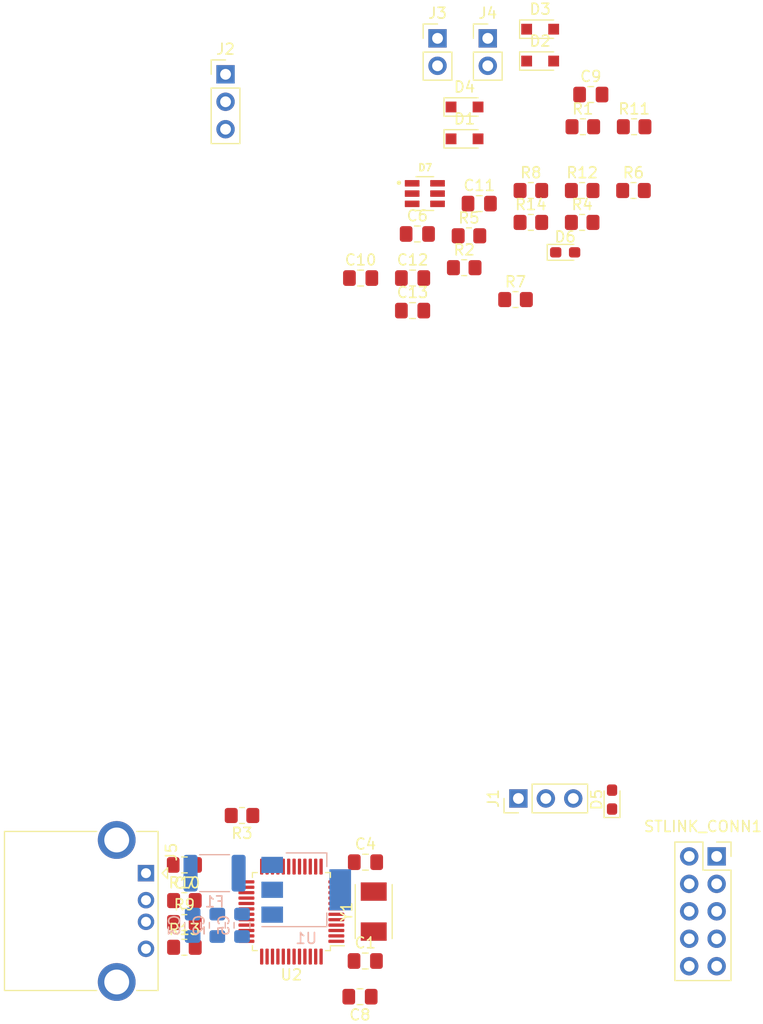
<source format=kicad_pcb>
(kicad_pcb (version 20171130) (host pcbnew 5.1.10)

  (general
    (thickness 1.6)
    (drawings 0)
    (tracks 0)
    (zones 0)
    (modules 44)
    (nets 30)
  )

  (page A4)
  (layers
    (0 F.Cu signal)
    (31 B.Cu signal)
    (32 B.Adhes user)
    (33 F.Adhes user)
    (34 B.Paste user)
    (35 F.Paste user)
    (36 B.SilkS user)
    (37 F.SilkS user)
    (38 B.Mask user)
    (39 F.Mask user)
    (40 Dwgs.User user)
    (41 Cmts.User user)
    (42 Eco1.User user)
    (43 Eco2.User user)
    (44 Edge.Cuts user)
    (45 Margin user)
    (46 B.CrtYd user)
    (47 F.CrtYd user)
    (48 B.Fab user)
    (49 F.Fab user)
  )

  (setup
    (last_trace_width 0.25)
    (trace_clearance 0.2)
    (zone_clearance 0.508)
    (zone_45_only no)
    (trace_min 0.2)
    (via_size 0.8)
    (via_drill 0.4)
    (via_min_size 0.4)
    (via_min_drill 0.3)
    (uvia_size 0.3)
    (uvia_drill 0.1)
    (uvias_allowed no)
    (uvia_min_size 0.2)
    (uvia_min_drill 0.1)
    (edge_width 0.05)
    (segment_width 0.2)
    (pcb_text_width 0.3)
    (pcb_text_size 1.5 1.5)
    (mod_edge_width 0.12)
    (mod_text_size 1 1)
    (mod_text_width 0.15)
    (pad_size 1.524 1.524)
    (pad_drill 0.762)
    (pad_to_mask_clearance 0)
    (aux_axis_origin 0 0)
    (visible_elements FFFFFF7F)
    (pcbplotparams
      (layerselection 0x010fc_ffffffff)
      (usegerberextensions false)
      (usegerberattributes true)
      (usegerberadvancedattributes true)
      (creategerberjobfile true)
      (excludeedgelayer true)
      (linewidth 0.100000)
      (plotframeref false)
      (viasonmask false)
      (mode 1)
      (useauxorigin false)
      (hpglpennumber 1)
      (hpglpenspeed 20)
      (hpglpendiameter 15.000000)
      (psnegative false)
      (psa4output false)
      (plotreference true)
      (plotvalue true)
      (plotinvisibletext false)
      (padsonsilk false)
      (subtractmaskfromsilk false)
      (outputformat 1)
      (mirror false)
      (drillshape 1)
      (scaleselection 1)
      (outputdirectory ""))
  )

  (net 0 "")
  (net 1 GND)
  (net 2 /OSC_IN)
  (net 3 "Net-(C2-Pad1)")
  (net 4 /OSC_OUT)
  (net 5 +3V3)
  (net 6 "Net-(C7-Pad1)")
  (net 7 "Net-(C9-Pad1)")
  (net 8 /STLINK_SWCLK)
  (net 9 /STLINK_SWDIO)
  (net 10 "Net-(D5-Pad2)")
  (net 11 "Net-(D6-Pad1)")
  (net 12 VBUS)
  (net 13 "Net-(D7-Pad1)")
  (net 14 /BOOT0)
  (net 15 "Net-(J1-Pad1)")
  (net 16 /BOOT1)
  (net 17 "Net-(J2-Pad1)")
  (net 18 /UART_TX)
  (net 19 /UART_RX)
  (net 20 /SWDIO)
  (net 21 /SWCLK)
  (net 22 "Net-(J5-Pad3)")
  (net 23 "Net-(J5-Pad2)")
  (net 24 "Net-(R4-Pad1)")
  (net 25 "Net-(R7-Pad2)")
  (net 26 "Net-(R8-Pad2)")
  (net 27 /NRST)
  (net 28 /USB_P)
  (net 29 /USB_N)

  (net_class Default "This is the default net class."
    (clearance 0.2)
    (trace_width 0.25)
    (via_dia 0.8)
    (via_drill 0.4)
    (uvia_dia 0.3)
    (uvia_drill 0.1)
    (add_net +3V3)
    (add_net /BOOT0)
    (add_net /BOOT1)
    (add_net /NRST)
    (add_net /OSC_IN)
    (add_net /OSC_OUT)
    (add_net /STLINK_SWCLK)
    (add_net /STLINK_SWDIO)
    (add_net /SWCLK)
    (add_net /SWDIO)
    (add_net /TRST)
    (add_net /UART_RX)
    (add_net /UART_TX)
    (add_net /USB_N)
    (add_net /USB_P)
    (add_net GND)
    (add_net "Net-(C2-Pad1)")
    (add_net "Net-(C7-Pad1)")
    (add_net "Net-(C9-Pad1)")
    (add_net "Net-(D5-Pad2)")
    (add_net "Net-(D6-Pad1)")
    (add_net "Net-(D7-Pad1)")
    (add_net "Net-(J1-Pad1)")
    (add_net "Net-(J2-Pad1)")
    (add_net "Net-(J5-Pad2)")
    (add_net "Net-(J5-Pad3)")
    (add_net "Net-(R4-Pad1)")
    (add_net "Net-(R7-Pad2)")
    (add_net "Net-(R8-Pad2)")
    (add_net "Net-(STLINK_CONN1-Pad10)")
    (add_net "Net-(STLINK_CONN1-Pad5)")
    (add_net "Net-(STLINK_CONN1-Pad9)")
    (add_net "Net-(U2-Pad11)")
    (add_net "Net-(U2-Pad12)")
    (add_net "Net-(U2-Pad13)")
    (add_net "Net-(U2-Pad14)")
    (add_net "Net-(U2-Pad15)")
    (add_net "Net-(U2-Pad16)")
    (add_net "Net-(U2-Pad17)")
    (add_net "Net-(U2-Pad2)")
    (add_net "Net-(U2-Pad21)")
    (add_net "Net-(U2-Pad22)")
    (add_net "Net-(U2-Pad28)")
    (add_net "Net-(U2-Pad29)")
    (add_net "Net-(U2-Pad3)")
    (add_net "Net-(U2-Pad38)")
    (add_net "Net-(U2-Pad39)")
    (add_net "Net-(U2-Pad4)")
    (add_net "Net-(U2-Pad40)")
    (add_net "Net-(U2-Pad41)")
    (add_net "Net-(U2-Pad42)")
    (add_net "Net-(U2-Pad43)")
    (add_net "Net-(U2-Pad45)")
    (add_net "Net-(U2-Pad46)")
    (add_net VBUS)
  )

  (net_class USB ""
    (clearance 0.2)
    (trace_width 0.25)
    (via_dia 0.8)
    (via_drill 0.4)
    (uvia_dia 0.3)
    (uvia_drill 0.1)
  )

  (module Crystal:Crystal_SMD_TXC_7A-2Pin_5x3.2mm (layer F.Cu) (tedit 5B7C2945) (tstamp 614BFFA3)
    (at 67.31 58.166 90)
    (descr "SMD Crystal TXC 7A http://txccrystal.com/images/pdf/7a.pdf")
    (tags "SMD SMT crystal")
    (path /6168DABA)
    (attr smd)
    (fp_text reference Y1 (at 0 -2.5 90) (layer F.SilkS)
      (effects (font (size 1 1) (thickness 0.15)))
    )
    (fp_text value Crystal (at 0 2.7 90) (layer F.Fab)
      (effects (font (size 1 1) (thickness 0.15)))
    )
    (fp_text user %R (at 0 -2.5 90) (layer F.Fab)
      (effects (font (size 1 1) (thickness 0.15)))
    )
    (fp_line (start -2.95 -1.85) (end 2.95 -1.85) (layer F.CrtYd) (width 0.05))
    (fp_line (start -2.95 -1.85) (end -2.95 1.85) (layer F.CrtYd) (width 0.05))
    (fp_line (start 2.95 -1.85) (end 2.95 1.85) (layer F.CrtYd) (width 0.05))
    (fp_line (start 2.95 1.85) (end -2.95 1.85) (layer F.CrtYd) (width 0.05))
    (fp_line (start -2.5 -1.71) (end 2.5 -1.71) (layer F.SilkS) (width 0.12))
    (fp_line (start -2.5 1.71) (end 2.5 1.71) (layer F.SilkS) (width 0.12))
    (fp_line (start -2.5 -1.6) (end 2.5 -1.6) (layer F.Fab) (width 0.1))
    (fp_line (start 2.5 -1.6) (end 2.5 1.6) (layer F.Fab) (width 0.1))
    (fp_line (start -2.5 1.6) (end 2.5 1.6) (layer F.Fab) (width 0.1))
    (fp_line (start -2.5 -1.6) (end -2.5 1.6) (layer F.Fab) (width 0.1))
    (pad 2 smd rect (at 1.85 0 90) (size 1.7 2.4) (layers F.Cu F.Paste F.Mask)
      (net 4 /OSC_OUT))
    (pad 1 smd rect (at -1.85 0 90) (size 1.7 2.4) (layers F.Cu F.Paste F.Mask)
      (net 2 /OSC_IN))
    (model ${KISYS3DMOD}/Crystal.3dshapes/Crystal_SMD_TXC_7A-2Pin_5x3.2mm.wrl
      (at (xyz 0 0 0))
      (scale (xyz 1 1 1))
      (rotate (xyz 0 0 0))
    )
  )

  (module Package_QFP:LQFP-48_7x7mm_P0.5mm (layer F.Cu) (tedit 5D9F72AF) (tstamp 614BFF92)
    (at 59.69 58.166 180)
    (descr "LQFP, 48 Pin (https://www.analog.com/media/en/technical-documentation/data-sheets/ltc2358-16.pdf), generated with kicad-footprint-generator ipc_gullwing_generator.py")
    (tags "LQFP QFP")
    (path /61481746)
    (attr smd)
    (fp_text reference U2 (at 0 -5.85) (layer F.SilkS)
      (effects (font (size 1 1) (thickness 0.15)))
    )
    (fp_text value STM32F103C8Tx (at 0 5.85) (layer F.Fab)
      (effects (font (size 1 1) (thickness 0.15)))
    )
    (fp_text user %R (at 0 0) (layer F.Fab)
      (effects (font (size 1 1) (thickness 0.15)))
    )
    (fp_line (start 3.16 3.61) (end 3.61 3.61) (layer F.SilkS) (width 0.12))
    (fp_line (start 3.61 3.61) (end 3.61 3.16) (layer F.SilkS) (width 0.12))
    (fp_line (start -3.16 3.61) (end -3.61 3.61) (layer F.SilkS) (width 0.12))
    (fp_line (start -3.61 3.61) (end -3.61 3.16) (layer F.SilkS) (width 0.12))
    (fp_line (start 3.16 -3.61) (end 3.61 -3.61) (layer F.SilkS) (width 0.12))
    (fp_line (start 3.61 -3.61) (end 3.61 -3.16) (layer F.SilkS) (width 0.12))
    (fp_line (start -3.16 -3.61) (end -3.61 -3.61) (layer F.SilkS) (width 0.12))
    (fp_line (start -3.61 -3.61) (end -3.61 -3.16) (layer F.SilkS) (width 0.12))
    (fp_line (start -3.61 -3.16) (end -4.9 -3.16) (layer F.SilkS) (width 0.12))
    (fp_line (start -2.5 -3.5) (end 3.5 -3.5) (layer F.Fab) (width 0.1))
    (fp_line (start 3.5 -3.5) (end 3.5 3.5) (layer F.Fab) (width 0.1))
    (fp_line (start 3.5 3.5) (end -3.5 3.5) (layer F.Fab) (width 0.1))
    (fp_line (start -3.5 3.5) (end -3.5 -2.5) (layer F.Fab) (width 0.1))
    (fp_line (start -3.5 -2.5) (end -2.5 -3.5) (layer F.Fab) (width 0.1))
    (fp_line (start 0 -5.15) (end -3.15 -5.15) (layer F.CrtYd) (width 0.05))
    (fp_line (start -3.15 -5.15) (end -3.15 -3.75) (layer F.CrtYd) (width 0.05))
    (fp_line (start -3.15 -3.75) (end -3.75 -3.75) (layer F.CrtYd) (width 0.05))
    (fp_line (start -3.75 -3.75) (end -3.75 -3.15) (layer F.CrtYd) (width 0.05))
    (fp_line (start -3.75 -3.15) (end -5.15 -3.15) (layer F.CrtYd) (width 0.05))
    (fp_line (start -5.15 -3.15) (end -5.15 0) (layer F.CrtYd) (width 0.05))
    (fp_line (start 0 -5.15) (end 3.15 -5.15) (layer F.CrtYd) (width 0.05))
    (fp_line (start 3.15 -5.15) (end 3.15 -3.75) (layer F.CrtYd) (width 0.05))
    (fp_line (start 3.15 -3.75) (end 3.75 -3.75) (layer F.CrtYd) (width 0.05))
    (fp_line (start 3.75 -3.75) (end 3.75 -3.15) (layer F.CrtYd) (width 0.05))
    (fp_line (start 3.75 -3.15) (end 5.15 -3.15) (layer F.CrtYd) (width 0.05))
    (fp_line (start 5.15 -3.15) (end 5.15 0) (layer F.CrtYd) (width 0.05))
    (fp_line (start 0 5.15) (end -3.15 5.15) (layer F.CrtYd) (width 0.05))
    (fp_line (start -3.15 5.15) (end -3.15 3.75) (layer F.CrtYd) (width 0.05))
    (fp_line (start -3.15 3.75) (end -3.75 3.75) (layer F.CrtYd) (width 0.05))
    (fp_line (start -3.75 3.75) (end -3.75 3.15) (layer F.CrtYd) (width 0.05))
    (fp_line (start -3.75 3.15) (end -5.15 3.15) (layer F.CrtYd) (width 0.05))
    (fp_line (start -5.15 3.15) (end -5.15 0) (layer F.CrtYd) (width 0.05))
    (fp_line (start 0 5.15) (end 3.15 5.15) (layer F.CrtYd) (width 0.05))
    (fp_line (start 3.15 5.15) (end 3.15 3.75) (layer F.CrtYd) (width 0.05))
    (fp_line (start 3.15 3.75) (end 3.75 3.75) (layer F.CrtYd) (width 0.05))
    (fp_line (start 3.75 3.75) (end 3.75 3.15) (layer F.CrtYd) (width 0.05))
    (fp_line (start 3.75 3.15) (end 5.15 3.15) (layer F.CrtYd) (width 0.05))
    (fp_line (start 5.15 3.15) (end 5.15 0) (layer F.CrtYd) (width 0.05))
    (pad 48 smd roundrect (at -2.75 -4.1625 180) (size 0.3 1.475) (layers F.Cu F.Paste F.Mask) (roundrect_rratio 0.25)
      (net 5 +3V3))
    (pad 47 smd roundrect (at -2.25 -4.1625 180) (size 0.3 1.475) (layers F.Cu F.Paste F.Mask) (roundrect_rratio 0.25)
      (net 1 GND))
    (pad 46 smd roundrect (at -1.75 -4.1625 180) (size 0.3 1.475) (layers F.Cu F.Paste F.Mask) (roundrect_rratio 0.25))
    (pad 45 smd roundrect (at -1.25 -4.1625 180) (size 0.3 1.475) (layers F.Cu F.Paste F.Mask) (roundrect_rratio 0.25))
    (pad 44 smd roundrect (at -0.75 -4.1625 180) (size 0.3 1.475) (layers F.Cu F.Paste F.Mask) (roundrect_rratio 0.25)
      (net 14 /BOOT0))
    (pad 43 smd roundrect (at -0.25 -4.1625 180) (size 0.3 1.475) (layers F.Cu F.Paste F.Mask) (roundrect_rratio 0.25))
    (pad 42 smd roundrect (at 0.25 -4.1625 180) (size 0.3 1.475) (layers F.Cu F.Paste F.Mask) (roundrect_rratio 0.25))
    (pad 41 smd roundrect (at 0.75 -4.1625 180) (size 0.3 1.475) (layers F.Cu F.Paste F.Mask) (roundrect_rratio 0.25))
    (pad 40 smd roundrect (at 1.25 -4.1625 180) (size 0.3 1.475) (layers F.Cu F.Paste F.Mask) (roundrect_rratio 0.25))
    (pad 39 smd roundrect (at 1.75 -4.1625 180) (size 0.3 1.475) (layers F.Cu F.Paste F.Mask) (roundrect_rratio 0.25))
    (pad 38 smd roundrect (at 2.25 -4.1625 180) (size 0.3 1.475) (layers F.Cu F.Paste F.Mask) (roundrect_rratio 0.25))
    (pad 37 smd roundrect (at 2.75 -4.1625 180) (size 0.3 1.475) (layers F.Cu F.Paste F.Mask) (roundrect_rratio 0.25)
      (net 21 /SWCLK))
    (pad 36 smd roundrect (at 4.1625 -2.75 180) (size 1.475 0.3) (layers F.Cu F.Paste F.Mask) (roundrect_rratio 0.25)
      (net 5 +3V3))
    (pad 35 smd roundrect (at 4.1625 -2.25 180) (size 1.475 0.3) (layers F.Cu F.Paste F.Mask) (roundrect_rratio 0.25)
      (net 1 GND))
    (pad 34 smd roundrect (at 4.1625 -1.75 180) (size 1.475 0.3) (layers F.Cu F.Paste F.Mask) (roundrect_rratio 0.25)
      (net 20 /SWDIO))
    (pad 33 smd roundrect (at 4.1625 -1.25 180) (size 1.475 0.3) (layers F.Cu F.Paste F.Mask) (roundrect_rratio 0.25)
      (net 28 /USB_P))
    (pad 32 smd roundrect (at 4.1625 -0.75 180) (size 1.475 0.3) (layers F.Cu F.Paste F.Mask) (roundrect_rratio 0.25)
      (net 29 /USB_N))
    (pad 31 smd roundrect (at 4.1625 -0.25 180) (size 1.475 0.3) (layers F.Cu F.Paste F.Mask) (roundrect_rratio 0.25)
      (net 19 /UART_RX))
    (pad 30 smd roundrect (at 4.1625 0.25 180) (size 1.475 0.3) (layers F.Cu F.Paste F.Mask) (roundrect_rratio 0.25)
      (net 18 /UART_TX))
    (pad 29 smd roundrect (at 4.1625 0.75 180) (size 1.475 0.3) (layers F.Cu F.Paste F.Mask) (roundrect_rratio 0.25))
    (pad 28 smd roundrect (at 4.1625 1.25 180) (size 1.475 0.3) (layers F.Cu F.Paste F.Mask) (roundrect_rratio 0.25))
    (pad 27 smd roundrect (at 4.1625 1.75 180) (size 1.475 0.3) (layers F.Cu F.Paste F.Mask) (roundrect_rratio 0.25)
      (net 9 /STLINK_SWDIO))
    (pad 26 smd roundrect (at 4.1625 2.25 180) (size 1.475 0.3) (layers F.Cu F.Paste F.Mask) (roundrect_rratio 0.25)
      (net 8 /STLINK_SWCLK))
    (pad 25 smd roundrect (at 4.1625 2.75 180) (size 1.475 0.3) (layers F.Cu F.Paste F.Mask) (roundrect_rratio 0.25)
      (net 24 "Net-(R4-Pad1)"))
    (pad 24 smd roundrect (at 2.75 4.1625 180) (size 0.3 1.475) (layers F.Cu F.Paste F.Mask) (roundrect_rratio 0.25)
      (net 5 +3V3))
    (pad 23 smd roundrect (at 2.25 4.1625 180) (size 0.3 1.475) (layers F.Cu F.Paste F.Mask) (roundrect_rratio 0.25)
      (net 1 GND))
    (pad 22 smd roundrect (at 1.75 4.1625 180) (size 0.3 1.475) (layers F.Cu F.Paste F.Mask) (roundrect_rratio 0.25))
    (pad 21 smd roundrect (at 1.25 4.1625 180) (size 0.3 1.475) (layers F.Cu F.Paste F.Mask) (roundrect_rratio 0.25))
    (pad 20 smd roundrect (at 0.75 4.1625 180) (size 0.3 1.475) (layers F.Cu F.Paste F.Mask) (roundrect_rratio 0.25)
      (net 16 /BOOT1))
    (pad 19 smd roundrect (at 0.25 4.1625 180) (size 0.3 1.475) (layers F.Cu F.Paste F.Mask) (roundrect_rratio 0.25))
    (pad 18 smd roundrect (at -0.25 4.1625 180) (size 0.3 1.475) (layers F.Cu F.Paste F.Mask) (roundrect_rratio 0.25)
      (net 27 /NRST))
    (pad 17 smd roundrect (at -0.75 4.1625 180) (size 0.3 1.475) (layers F.Cu F.Paste F.Mask) (roundrect_rratio 0.25))
    (pad 16 smd roundrect (at -1.25 4.1625 180) (size 0.3 1.475) (layers F.Cu F.Paste F.Mask) (roundrect_rratio 0.25))
    (pad 15 smd roundrect (at -1.75 4.1625 180) (size 0.3 1.475) (layers F.Cu F.Paste F.Mask) (roundrect_rratio 0.25))
    (pad 14 smd roundrect (at -2.25 4.1625 180) (size 0.3 1.475) (layers F.Cu F.Paste F.Mask) (roundrect_rratio 0.25))
    (pad 13 smd roundrect (at -2.75 4.1625 180) (size 0.3 1.475) (layers F.Cu F.Paste F.Mask) (roundrect_rratio 0.25))
    (pad 12 smd roundrect (at -4.1625 2.75 180) (size 1.475 0.3) (layers F.Cu F.Paste F.Mask) (roundrect_rratio 0.25))
    (pad 11 smd roundrect (at -4.1625 2.25 180) (size 1.475 0.3) (layers F.Cu F.Paste F.Mask) (roundrect_rratio 0.25))
    (pad 10 smd roundrect (at -4.1625 1.75 180) (size 1.475 0.3) (layers F.Cu F.Paste F.Mask) (roundrect_rratio 0.25)
      (net 7 "Net-(C9-Pad1)"))
    (pad 9 smd roundrect (at -4.1625 1.25 180) (size 1.475 0.3) (layers F.Cu F.Paste F.Mask) (roundrect_rratio 0.25)
      (net 5 +3V3))
    (pad 8 smd roundrect (at -4.1625 0.75 180) (size 1.475 0.3) (layers F.Cu F.Paste F.Mask) (roundrect_rratio 0.25)
      (net 1 GND))
    (pad 7 smd roundrect (at -4.1625 0.25 180) (size 1.475 0.3) (layers F.Cu F.Paste F.Mask) (roundrect_rratio 0.25)
      (net 6 "Net-(C7-Pad1)"))
    (pad 6 smd roundrect (at -4.1625 -0.25 180) (size 1.475 0.3) (layers F.Cu F.Paste F.Mask) (roundrect_rratio 0.25)
      (net 4 /OSC_OUT))
    (pad 5 smd roundrect (at -4.1625 -0.75 180) (size 1.475 0.3) (layers F.Cu F.Paste F.Mask) (roundrect_rratio 0.25)
      (net 2 /OSC_IN))
    (pad 4 smd roundrect (at -4.1625 -1.25 180) (size 1.475 0.3) (layers F.Cu F.Paste F.Mask) (roundrect_rratio 0.25))
    (pad 3 smd roundrect (at -4.1625 -1.75 180) (size 1.475 0.3) (layers F.Cu F.Paste F.Mask) (roundrect_rratio 0.25))
    (pad 2 smd roundrect (at -4.1625 -2.25 180) (size 1.475 0.3) (layers F.Cu F.Paste F.Mask) (roundrect_rratio 0.25))
    (pad 1 smd roundrect (at -4.1625 -2.75 180) (size 1.475 0.3) (layers F.Cu F.Paste F.Mask) (roundrect_rratio 0.25)
      (net 5 +3V3))
    (model ${KISYS3DMOD}/Package_QFP.3dshapes/LQFP-48_7x7mm_P0.5mm.wrl
      (at (xyz 0 0 0))
      (scale (xyz 1 1 1))
      (rotate (xyz 0 0 0))
    )
  )

  (module Package_TO_SOT_SMD:SOT-223-3_TabPin2 (layer B.Cu) (tedit 5A02FF57) (tstamp 614BFF37)
    (at 61.062 56.148)
    (descr "module CMS SOT223 4 pins")
    (tags "CMS SOT")
    (path /614AFA2D)
    (attr smd)
    (fp_text reference U1 (at 0 4.5) (layer B.SilkS)
      (effects (font (size 1 1) (thickness 0.15)) (justify mirror))
    )
    (fp_text value LM1117-3.3 (at 0 -4.5) (layer B.Fab)
      (effects (font (size 1 1) (thickness 0.15)) (justify mirror))
    )
    (fp_text user %R (at 0 0 -90) (layer B.Fab)
      (effects (font (size 0.8 0.8) (thickness 0.12)) (justify mirror))
    )
    (fp_line (start 1.91 -3.41) (end 1.91 -2.15) (layer B.SilkS) (width 0.12))
    (fp_line (start 1.91 3.41) (end 1.91 2.15) (layer B.SilkS) (width 0.12))
    (fp_line (start 4.4 3.6) (end -4.4 3.6) (layer B.CrtYd) (width 0.05))
    (fp_line (start 4.4 -3.6) (end 4.4 3.6) (layer B.CrtYd) (width 0.05))
    (fp_line (start -4.4 -3.6) (end 4.4 -3.6) (layer B.CrtYd) (width 0.05))
    (fp_line (start -4.4 3.6) (end -4.4 -3.6) (layer B.CrtYd) (width 0.05))
    (fp_line (start -1.85 2.35) (end -0.85 3.35) (layer B.Fab) (width 0.1))
    (fp_line (start -1.85 2.35) (end -1.85 -3.35) (layer B.Fab) (width 0.1))
    (fp_line (start -1.85 -3.41) (end 1.91 -3.41) (layer B.SilkS) (width 0.12))
    (fp_line (start -0.85 3.35) (end 1.85 3.35) (layer B.Fab) (width 0.1))
    (fp_line (start -4.1 3.41) (end 1.91 3.41) (layer B.SilkS) (width 0.12))
    (fp_line (start -1.85 -3.35) (end 1.85 -3.35) (layer B.Fab) (width 0.1))
    (fp_line (start 1.85 3.35) (end 1.85 -3.35) (layer B.Fab) (width 0.1))
    (pad 1 smd rect (at -3.15 2.3) (size 2 1.5) (layers B.Cu B.Paste B.Mask)
      (net 1 GND))
    (pad 3 smd rect (at -3.15 -2.3) (size 2 1.5) (layers B.Cu B.Paste B.Mask)
      (net 3 "Net-(C2-Pad1)"))
    (pad 2 smd rect (at -3.15 0) (size 2 1.5) (layers B.Cu B.Paste B.Mask)
      (net 5 +3V3))
    (pad 2 smd rect (at 3.15 0) (size 2 3.8) (layers B.Cu B.Paste B.Mask)
      (net 5 +3V3))
    (model ${KISYS3DMOD}/Package_TO_SOT_SMD.3dshapes/SOT-223.wrl
      (at (xyz 0 0 0))
      (scale (xyz 1 1 1))
      (rotate (xyz 0 0 0))
    )
  )

  (module Connector_PinSocket_2.54mm:PinSocket_2x05_P2.54mm_Vertical (layer F.Cu) (tedit 5A19A42B) (tstamp 614BFF21)
    (at 99.06 53.06)
    (descr "Through hole straight socket strip, 2x05, 2.54mm pitch, double cols (from Kicad 4.0.7), script generated")
    (tags "Through hole socket strip THT 2x05 2.54mm double row")
    (path /6166EE07)
    (fp_text reference STLINK_CONN1 (at -1.27 -2.77) (layer F.SilkS)
      (effects (font (size 1 1) (thickness 0.15)))
    )
    (fp_text value "STLINK CONN" (at -1.27 12.93) (layer F.Fab)
      (effects (font (size 1 1) (thickness 0.15)))
    )
    (fp_text user %R (at -1.27 5.08 90) (layer F.Fab)
      (effects (font (size 1 1) (thickness 0.15)))
    )
    (fp_line (start -3.81 -1.27) (end 0.27 -1.27) (layer F.Fab) (width 0.1))
    (fp_line (start 0.27 -1.27) (end 1.27 -0.27) (layer F.Fab) (width 0.1))
    (fp_line (start 1.27 -0.27) (end 1.27 11.43) (layer F.Fab) (width 0.1))
    (fp_line (start 1.27 11.43) (end -3.81 11.43) (layer F.Fab) (width 0.1))
    (fp_line (start -3.81 11.43) (end -3.81 -1.27) (layer F.Fab) (width 0.1))
    (fp_line (start -3.87 -1.33) (end -1.27 -1.33) (layer F.SilkS) (width 0.12))
    (fp_line (start -3.87 -1.33) (end -3.87 11.49) (layer F.SilkS) (width 0.12))
    (fp_line (start -3.87 11.49) (end 1.33 11.49) (layer F.SilkS) (width 0.12))
    (fp_line (start 1.33 1.27) (end 1.33 11.49) (layer F.SilkS) (width 0.12))
    (fp_line (start -1.27 1.27) (end 1.33 1.27) (layer F.SilkS) (width 0.12))
    (fp_line (start -1.27 -1.33) (end -1.27 1.27) (layer F.SilkS) (width 0.12))
    (fp_line (start 1.33 -1.33) (end 1.33 0) (layer F.SilkS) (width 0.12))
    (fp_line (start 0 -1.33) (end 1.33 -1.33) (layer F.SilkS) (width 0.12))
    (fp_line (start -4.34 -1.8) (end 1.76 -1.8) (layer F.CrtYd) (width 0.05))
    (fp_line (start 1.76 -1.8) (end 1.76 11.9) (layer F.CrtYd) (width 0.05))
    (fp_line (start 1.76 11.9) (end -4.34 11.9) (layer F.CrtYd) (width 0.05))
    (fp_line (start -4.34 11.9) (end -4.34 -1.8) (layer F.CrtYd) (width 0.05))
    (pad 10 thru_hole oval (at -2.54 10.16) (size 1.7 1.7) (drill 1) (layers *.Cu *.Mask))
    (pad 9 thru_hole oval (at 0 10.16) (size 1.7 1.7) (drill 1) (layers *.Cu *.Mask))
    (pad 8 thru_hole oval (at -2.54 7.62) (size 1.7 1.7) (drill 1) (layers *.Cu *.Mask)
      (net 5 +3V3))
    (pad 7 thru_hole oval (at 0 7.62) (size 1.7 1.7) (drill 1) (layers *.Cu *.Mask)
      (net 5 +3V3))
    (pad 6 thru_hole oval (at -2.54 5.08) (size 1.7 1.7) (drill 1) (layers *.Cu *.Mask)
      (net 26 "Net-(R8-Pad2)"))
    (pad 5 thru_hole oval (at 0 5.08) (size 1.7 1.7) (drill 1) (layers *.Cu *.Mask))
    (pad 4 thru_hole oval (at -2.54 2.54) (size 1.7 1.7) (drill 1) (layers *.Cu *.Mask)
      (net 1 GND))
    (pad 3 thru_hole oval (at 0 2.54) (size 1.7 1.7) (drill 1) (layers *.Cu *.Mask)
      (net 1 GND))
    (pad 2 thru_hole oval (at -2.54 0) (size 1.7 1.7) (drill 1) (layers *.Cu *.Mask)
      (net 25 "Net-(R7-Pad2)"))
    (pad 1 thru_hole rect (at 0 0) (size 1.7 1.7) (drill 1) (layers *.Cu *.Mask)
      (net 27 /NRST))
    (model ${KISYS3DMOD}/Connector_PinSocket_2.54mm.3dshapes/PinSocket_2x05_P2.54mm_Vertical.wrl
      (at (xyz 0 0 0))
      (scale (xyz 1 1 1))
      (rotate (xyz 0 0 0))
    )
  )

  (module Resistor_SMD:R_0805_2012Metric_Pad1.20x1.40mm_HandSolder (layer F.Cu) (tedit 5F68FEEE) (tstamp 614BFF01)
    (at 81.8596 -5.6016)
    (descr "Resistor SMD 0805 (2012 Metric), square (rectangular) end terminal, IPC_7351 nominal with elongated pad for handsoldering. (Body size source: IPC-SM-782 page 72, https://www.pcb-3d.com/wordpress/wp-content/uploads/ipc-sm-782a_amendment_1_and_2.pdf), generated with kicad-footprint-generator")
    (tags "resistor handsolder")
    (path /6164B2BE)
    (attr smd)
    (fp_text reference R14 (at 0 -1.65) (layer F.SilkS)
      (effects (font (size 1 1) (thickness 0.15)))
    )
    (fp_text value 0R (at 0 1.65) (layer F.Fab)
      (effects (font (size 1 1) (thickness 0.15)))
    )
    (fp_text user %R (at 0 0) (layer F.Fab)
      (effects (font (size 0.5 0.5) (thickness 0.08)))
    )
    (fp_line (start -1 0.625) (end -1 -0.625) (layer F.Fab) (width 0.1))
    (fp_line (start -1 -0.625) (end 1 -0.625) (layer F.Fab) (width 0.1))
    (fp_line (start 1 -0.625) (end 1 0.625) (layer F.Fab) (width 0.1))
    (fp_line (start 1 0.625) (end -1 0.625) (layer F.Fab) (width 0.1))
    (fp_line (start -0.227064 -0.735) (end 0.227064 -0.735) (layer F.SilkS) (width 0.12))
    (fp_line (start -0.227064 0.735) (end 0.227064 0.735) (layer F.SilkS) (width 0.12))
    (fp_line (start -1.85 0.95) (end -1.85 -0.95) (layer F.CrtYd) (width 0.05))
    (fp_line (start -1.85 -0.95) (end 1.85 -0.95) (layer F.CrtYd) (width 0.05))
    (fp_line (start 1.85 -0.95) (end 1.85 0.95) (layer F.CrtYd) (width 0.05))
    (fp_line (start 1.85 0.95) (end -1.85 0.95) (layer F.CrtYd) (width 0.05))
    (pad 2 smd roundrect (at 1 0) (size 1.2 1.4) (layers F.Cu F.Paste F.Mask) (roundrect_rratio 0.208333)
      (net 12 VBUS))
    (pad 1 smd roundrect (at -1 0) (size 1.2 1.4) (layers F.Cu F.Paste F.Mask) (roundrect_rratio 0.208333)
      (net 13 "Net-(D7-Pad1)"))
    (model ${KISYS3DMOD}/Resistor_SMD.3dshapes/R_0805_2012Metric.wrl
      (at (xyz 0 0 0))
      (scale (xyz 1 1 1))
      (rotate (xyz 0 0 0))
    )
  )

  (module Resistor_SMD:R_0805_2012Metric_Pad1.20x1.40mm_HandSolder (layer F.Cu) (tedit 5F68FEEE) (tstamp 614BFEF0)
    (at 49.784 61.468)
    (descr "Resistor SMD 0805 (2012 Metric), square (rectangular) end terminal, IPC_7351 nominal with elongated pad for handsoldering. (Body size source: IPC-SM-782 page 72, https://www.pcb-3d.com/wordpress/wp-content/uploads/ipc-sm-782a_amendment_1_and_2.pdf), generated with kicad-footprint-generator")
    (tags "resistor handsolder")
    (path /614F4748)
    (attr smd)
    (fp_text reference R13 (at 0 -1.65) (layer F.SilkS)
      (effects (font (size 1 1) (thickness 0.15)))
    )
    (fp_text value 100K (at 0 1.65) (layer F.Fab)
      (effects (font (size 1 1) (thickness 0.15)))
    )
    (fp_text user %R (at 0 0) (layer F.Fab)
      (effects (font (size 0.5 0.5) (thickness 0.08)))
    )
    (fp_line (start -1 0.625) (end -1 -0.625) (layer F.Fab) (width 0.1))
    (fp_line (start -1 -0.625) (end 1 -0.625) (layer F.Fab) (width 0.1))
    (fp_line (start 1 -0.625) (end 1 0.625) (layer F.Fab) (width 0.1))
    (fp_line (start 1 0.625) (end -1 0.625) (layer F.Fab) (width 0.1))
    (fp_line (start -0.227064 -0.735) (end 0.227064 -0.735) (layer F.SilkS) (width 0.12))
    (fp_line (start -0.227064 0.735) (end 0.227064 0.735) (layer F.SilkS) (width 0.12))
    (fp_line (start -1.85 0.95) (end -1.85 -0.95) (layer F.CrtYd) (width 0.05))
    (fp_line (start -1.85 -0.95) (end 1.85 -0.95) (layer F.CrtYd) (width 0.05))
    (fp_line (start 1.85 -0.95) (end 1.85 0.95) (layer F.CrtYd) (width 0.05))
    (fp_line (start 1.85 0.95) (end -1.85 0.95) (layer F.CrtYd) (width 0.05))
    (pad 2 smd roundrect (at 1 0) (size 1.2 1.4) (layers F.Cu F.Paste F.Mask) (roundrect_rratio 0.208333)
      (net 5 +3V3))
    (pad 1 smd roundrect (at -1 0) (size 1.2 1.4) (layers F.Cu F.Paste F.Mask) (roundrect_rratio 0.208333)
      (net 28 /USB_P))
    (model ${KISYS3DMOD}/Resistor_SMD.3dshapes/R_0805_2012Metric.wrl
      (at (xyz 0 0 0))
      (scale (xyz 1 1 1))
      (rotate (xyz 0 0 0))
    )
  )

  (module Resistor_SMD:R_0805_2012Metric_Pad1.20x1.40mm_HandSolder (layer F.Cu) (tedit 5F68FEEE) (tstamp 614BFEDF)
    (at 86.6096 -8.5516)
    (descr "Resistor SMD 0805 (2012 Metric), square (rectangular) end terminal, IPC_7351 nominal with elongated pad for handsoldering. (Body size source: IPC-SM-782 page 72, https://www.pcb-3d.com/wordpress/wp-content/uploads/ipc-sm-782a_amendment_1_and_2.pdf), generated with kicad-footprint-generator")
    (tags "resistor handsolder")
    (path /614BAE73)
    (attr smd)
    (fp_text reference R12 (at 0 -1.65) (layer F.SilkS)
      (effects (font (size 1 1) (thickness 0.15)))
    )
    (fp_text value 200 (at 0 1.65) (layer F.Fab)
      (effects (font (size 1 1) (thickness 0.15)))
    )
    (fp_text user %R (at 0 0) (layer F.Fab)
      (effects (font (size 0.5 0.5) (thickness 0.08)))
    )
    (fp_line (start -1 0.625) (end -1 -0.625) (layer F.Fab) (width 0.1))
    (fp_line (start -1 -0.625) (end 1 -0.625) (layer F.Fab) (width 0.1))
    (fp_line (start 1 -0.625) (end 1 0.625) (layer F.Fab) (width 0.1))
    (fp_line (start 1 0.625) (end -1 0.625) (layer F.Fab) (width 0.1))
    (fp_line (start -0.227064 -0.735) (end 0.227064 -0.735) (layer F.SilkS) (width 0.12))
    (fp_line (start -0.227064 0.735) (end 0.227064 0.735) (layer F.SilkS) (width 0.12))
    (fp_line (start -1.85 0.95) (end -1.85 -0.95) (layer F.CrtYd) (width 0.05))
    (fp_line (start -1.85 -0.95) (end 1.85 -0.95) (layer F.CrtYd) (width 0.05))
    (fp_line (start 1.85 -0.95) (end 1.85 0.95) (layer F.CrtYd) (width 0.05))
    (fp_line (start 1.85 0.95) (end -1.85 0.95) (layer F.CrtYd) (width 0.05))
    (pad 2 smd roundrect (at 1 0) (size 1.2 1.4) (layers F.Cu F.Paste F.Mask) (roundrect_rratio 0.208333)
      (net 18 /UART_TX))
    (pad 1 smd roundrect (at -1 0) (size 1.2 1.4) (layers F.Cu F.Paste F.Mask) (roundrect_rratio 0.208333)
      (net 11 "Net-(D6-Pad1)"))
    (model ${KISYS3DMOD}/Resistor_SMD.3dshapes/R_0805_2012Metric.wrl
      (at (xyz 0 0 0))
      (scale (xyz 1 1 1))
      (rotate (xyz 0 0 0))
    )
  )

  (module Resistor_SMD:R_0805_2012Metric_Pad1.20x1.40mm_HandSolder (layer F.Cu) (tedit 5F68FEEE) (tstamp 614BFECE)
    (at 91.4196 -14.4516)
    (descr "Resistor SMD 0805 (2012 Metric), square (rectangular) end terminal, IPC_7351 nominal with elongated pad for handsoldering. (Body size source: IPC-SM-782 page 72, https://www.pcb-3d.com/wordpress/wp-content/uploads/ipc-sm-782a_amendment_1_and_2.pdf), generated with kicad-footprint-generator")
    (tags "resistor handsolder")
    (path /614A3031)
    (attr smd)
    (fp_text reference R11 (at 0 -1.65) (layer F.SilkS)
      (effects (font (size 1 1) (thickness 0.15)))
    )
    (fp_text value 200 (at 0 1.65) (layer F.Fab)
      (effects (font (size 1 1) (thickness 0.15)))
    )
    (fp_text user %R (at 0 0) (layer F.Fab)
      (effects (font (size 0.5 0.5) (thickness 0.08)))
    )
    (fp_line (start -1 0.625) (end -1 -0.625) (layer F.Fab) (width 0.1))
    (fp_line (start -1 -0.625) (end 1 -0.625) (layer F.Fab) (width 0.1))
    (fp_line (start 1 -0.625) (end 1 0.625) (layer F.Fab) (width 0.1))
    (fp_line (start 1 0.625) (end -1 0.625) (layer F.Fab) (width 0.1))
    (fp_line (start -0.227064 -0.735) (end 0.227064 -0.735) (layer F.SilkS) (width 0.12))
    (fp_line (start -0.227064 0.735) (end 0.227064 0.735) (layer F.SilkS) (width 0.12))
    (fp_line (start -1.85 0.95) (end -1.85 -0.95) (layer F.CrtYd) (width 0.05))
    (fp_line (start -1.85 -0.95) (end 1.85 -0.95) (layer F.CrtYd) (width 0.05))
    (fp_line (start 1.85 -0.95) (end 1.85 0.95) (layer F.CrtYd) (width 0.05))
    (fp_line (start 1.85 0.95) (end -1.85 0.95) (layer F.CrtYd) (width 0.05))
    (pad 2 smd roundrect (at 1 0) (size 1.2 1.4) (layers F.Cu F.Paste F.Mask) (roundrect_rratio 0.208333)
      (net 18 /UART_TX))
    (pad 1 smd roundrect (at -1 0) (size 1.2 1.4) (layers F.Cu F.Paste F.Mask) (roundrect_rratio 0.208333)
      (net 10 "Net-(D5-Pad2)"))
    (model ${KISYS3DMOD}/Resistor_SMD.3dshapes/R_0805_2012Metric.wrl
      (at (xyz 0 0 0))
      (scale (xyz 1 1 1))
      (rotate (xyz 0 0 0))
    )
  )

  (module Resistor_SMD:R_0805_2012Metric_Pad1.20x1.40mm_HandSolder (layer F.Cu) (tedit 5F68FEEE) (tstamp 614BFEBD)
    (at 49.784 57.15)
    (descr "Resistor SMD 0805 (2012 Metric), square (rectangular) end terminal, IPC_7351 nominal with elongated pad for handsoldering. (Body size source: IPC-SM-782 page 72, https://www.pcb-3d.com/wordpress/wp-content/uploads/ipc-sm-782a_amendment_1_and_2.pdf), generated with kicad-footprint-generator")
    (tags "resistor handsolder")
    (path /614F9F4A)
    (attr smd)
    (fp_text reference R10 (at 0 -1.65) (layer F.SilkS)
      (effects (font (size 1 1) (thickness 0.15)))
    )
    (fp_text value 75R (at 0 1.65) (layer F.Fab)
      (effects (font (size 1 1) (thickness 0.15)))
    )
    (fp_text user %R (at 0 0) (layer F.Fab)
      (effects (font (size 0.5 0.5) (thickness 0.08)))
    )
    (fp_line (start -1 0.625) (end -1 -0.625) (layer F.Fab) (width 0.1))
    (fp_line (start -1 -0.625) (end 1 -0.625) (layer F.Fab) (width 0.1))
    (fp_line (start 1 -0.625) (end 1 0.625) (layer F.Fab) (width 0.1))
    (fp_line (start 1 0.625) (end -1 0.625) (layer F.Fab) (width 0.1))
    (fp_line (start -0.227064 -0.735) (end 0.227064 -0.735) (layer F.SilkS) (width 0.12))
    (fp_line (start -0.227064 0.735) (end 0.227064 0.735) (layer F.SilkS) (width 0.12))
    (fp_line (start -1.85 0.95) (end -1.85 -0.95) (layer F.CrtYd) (width 0.05))
    (fp_line (start -1.85 -0.95) (end 1.85 -0.95) (layer F.CrtYd) (width 0.05))
    (fp_line (start 1.85 -0.95) (end 1.85 0.95) (layer F.CrtYd) (width 0.05))
    (fp_line (start 1.85 0.95) (end -1.85 0.95) (layer F.CrtYd) (width 0.05))
    (pad 2 smd roundrect (at 1 0) (size 1.2 1.4) (layers F.Cu F.Paste F.Mask) (roundrect_rratio 0.208333)
      (net 23 "Net-(J5-Pad2)"))
    (pad 1 smd roundrect (at -1 0) (size 1.2 1.4) (layers F.Cu F.Paste F.Mask) (roundrect_rratio 0.208333)
      (net 29 /USB_N))
    (model ${KISYS3DMOD}/Resistor_SMD.3dshapes/R_0805_2012Metric.wrl
      (at (xyz 0 0 0))
      (scale (xyz 1 1 1))
      (rotate (xyz 0 0 0))
    )
  )

  (module Resistor_SMD:R_0805_2012Metric_Pad1.20x1.40mm_HandSolder (layer F.Cu) (tedit 5F68FEEE) (tstamp 614BFEAC)
    (at 49.784 59.182)
    (descr "Resistor SMD 0805 (2012 Metric), square (rectangular) end terminal, IPC_7351 nominal with elongated pad for handsoldering. (Body size source: IPC-SM-782 page 72, https://www.pcb-3d.com/wordpress/wp-content/uploads/ipc-sm-782a_amendment_1_and_2.pdf), generated with kicad-footprint-generator")
    (tags "resistor handsolder")
    (path /614F9BCC)
    (attr smd)
    (fp_text reference R9 (at 0 -1.65) (layer F.SilkS)
      (effects (font (size 1 1) (thickness 0.15)))
    )
    (fp_text value 75R (at 0 1.65) (layer F.Fab)
      (effects (font (size 1 1) (thickness 0.15)))
    )
    (fp_text user %R (at 0 0) (layer F.Fab)
      (effects (font (size 0.5 0.5) (thickness 0.08)))
    )
    (fp_line (start -1 0.625) (end -1 -0.625) (layer F.Fab) (width 0.1))
    (fp_line (start -1 -0.625) (end 1 -0.625) (layer F.Fab) (width 0.1))
    (fp_line (start 1 -0.625) (end 1 0.625) (layer F.Fab) (width 0.1))
    (fp_line (start 1 0.625) (end -1 0.625) (layer F.Fab) (width 0.1))
    (fp_line (start -0.227064 -0.735) (end 0.227064 -0.735) (layer F.SilkS) (width 0.12))
    (fp_line (start -0.227064 0.735) (end 0.227064 0.735) (layer F.SilkS) (width 0.12))
    (fp_line (start -1.85 0.95) (end -1.85 -0.95) (layer F.CrtYd) (width 0.05))
    (fp_line (start -1.85 -0.95) (end 1.85 -0.95) (layer F.CrtYd) (width 0.05))
    (fp_line (start 1.85 -0.95) (end 1.85 0.95) (layer F.CrtYd) (width 0.05))
    (fp_line (start 1.85 0.95) (end -1.85 0.95) (layer F.CrtYd) (width 0.05))
    (pad 2 smd roundrect (at 1 0) (size 1.2 1.4) (layers F.Cu F.Paste F.Mask) (roundrect_rratio 0.208333)
      (net 22 "Net-(J5-Pad3)"))
    (pad 1 smd roundrect (at -1 0) (size 1.2 1.4) (layers F.Cu F.Paste F.Mask) (roundrect_rratio 0.208333)
      (net 28 /USB_P))
    (model ${KISYS3DMOD}/Resistor_SMD.3dshapes/R_0805_2012Metric.wrl
      (at (xyz 0 0 0))
      (scale (xyz 1 1 1))
      (rotate (xyz 0 0 0))
    )
  )

  (module Resistor_SMD:R_0805_2012Metric_Pad1.20x1.40mm_HandSolder (layer F.Cu) (tedit 5F68FEEE) (tstamp 614BFE9B)
    (at 81.8596 -8.5516)
    (descr "Resistor SMD 0805 (2012 Metric), square (rectangular) end terminal, IPC_7351 nominal with elongated pad for handsoldering. (Body size source: IPC-SM-782 page 72, https://www.pcb-3d.com/wordpress/wp-content/uploads/ipc-sm-782a_amendment_1_and_2.pdf), generated with kicad-footprint-generator")
    (tags "resistor handsolder")
    (path /61507C08)
    (attr smd)
    (fp_text reference R8 (at 0 -1.65) (layer F.SilkS)
      (effects (font (size 1 1) (thickness 0.15)))
    )
    (fp_text value 75R (at 0 1.65) (layer F.Fab)
      (effects (font (size 1 1) (thickness 0.15)))
    )
    (fp_text user %R (at 0 0) (layer F.Fab)
      (effects (font (size 0.5 0.5) (thickness 0.08)))
    )
    (fp_line (start -1 0.625) (end -1 -0.625) (layer F.Fab) (width 0.1))
    (fp_line (start -1 -0.625) (end 1 -0.625) (layer F.Fab) (width 0.1))
    (fp_line (start 1 -0.625) (end 1 0.625) (layer F.Fab) (width 0.1))
    (fp_line (start 1 0.625) (end -1 0.625) (layer F.Fab) (width 0.1))
    (fp_line (start -0.227064 -0.735) (end 0.227064 -0.735) (layer F.SilkS) (width 0.12))
    (fp_line (start -0.227064 0.735) (end 0.227064 0.735) (layer F.SilkS) (width 0.12))
    (fp_line (start -1.85 0.95) (end -1.85 -0.95) (layer F.CrtYd) (width 0.05))
    (fp_line (start -1.85 -0.95) (end 1.85 -0.95) (layer F.CrtYd) (width 0.05))
    (fp_line (start 1.85 -0.95) (end 1.85 0.95) (layer F.CrtYd) (width 0.05))
    (fp_line (start 1.85 0.95) (end -1.85 0.95) (layer F.CrtYd) (width 0.05))
    (pad 2 smd roundrect (at 1 0) (size 1.2 1.4) (layers F.Cu F.Paste F.Mask) (roundrect_rratio 0.208333)
      (net 26 "Net-(R8-Pad2)"))
    (pad 1 smd roundrect (at -1 0) (size 1.2 1.4) (layers F.Cu F.Paste F.Mask) (roundrect_rratio 0.208333)
      (net 8 /STLINK_SWCLK))
    (model ${KISYS3DMOD}/Resistor_SMD.3dshapes/R_0805_2012Metric.wrl
      (at (xyz 0 0 0))
      (scale (xyz 1 1 1))
      (rotate (xyz 0 0 0))
    )
  )

  (module Resistor_SMD:R_0805_2012Metric_Pad1.20x1.40mm_HandSolder (layer F.Cu) (tedit 5F68FEEE) (tstamp 614BFE8A)
    (at 80.4396 1.5384)
    (descr "Resistor SMD 0805 (2012 Metric), square (rectangular) end terminal, IPC_7351 nominal with elongated pad for handsoldering. (Body size source: IPC-SM-782 page 72, https://www.pcb-3d.com/wordpress/wp-content/uploads/ipc-sm-782a_amendment_1_and_2.pdf), generated with kicad-footprint-generator")
    (tags "resistor handsolder")
    (path /6150B1E5)
    (attr smd)
    (fp_text reference R7 (at 0 -1.65) (layer F.SilkS)
      (effects (font (size 1 1) (thickness 0.15)))
    )
    (fp_text value 75R (at 0 1.65) (layer F.Fab)
      (effects (font (size 1 1) (thickness 0.15)))
    )
    (fp_text user %R (at 0 0) (layer F.Fab)
      (effects (font (size 0.5 0.5) (thickness 0.08)))
    )
    (fp_line (start -1 0.625) (end -1 -0.625) (layer F.Fab) (width 0.1))
    (fp_line (start -1 -0.625) (end 1 -0.625) (layer F.Fab) (width 0.1))
    (fp_line (start 1 -0.625) (end 1 0.625) (layer F.Fab) (width 0.1))
    (fp_line (start 1 0.625) (end -1 0.625) (layer F.Fab) (width 0.1))
    (fp_line (start -0.227064 -0.735) (end 0.227064 -0.735) (layer F.SilkS) (width 0.12))
    (fp_line (start -0.227064 0.735) (end 0.227064 0.735) (layer F.SilkS) (width 0.12))
    (fp_line (start -1.85 0.95) (end -1.85 -0.95) (layer F.CrtYd) (width 0.05))
    (fp_line (start -1.85 -0.95) (end 1.85 -0.95) (layer F.CrtYd) (width 0.05))
    (fp_line (start 1.85 -0.95) (end 1.85 0.95) (layer F.CrtYd) (width 0.05))
    (fp_line (start 1.85 0.95) (end -1.85 0.95) (layer F.CrtYd) (width 0.05))
    (pad 2 smd roundrect (at 1 0) (size 1.2 1.4) (layers F.Cu F.Paste F.Mask) (roundrect_rratio 0.208333)
      (net 25 "Net-(R7-Pad2)"))
    (pad 1 smd roundrect (at -1 0) (size 1.2 1.4) (layers F.Cu F.Paste F.Mask) (roundrect_rratio 0.208333)
      (net 9 /STLINK_SWDIO))
    (model ${KISYS3DMOD}/Resistor_SMD.3dshapes/R_0805_2012Metric.wrl
      (at (xyz 0 0 0))
      (scale (xyz 1 1 1))
      (rotate (xyz 0 0 0))
    )
  )

  (module Resistor_SMD:R_0805_2012Metric_Pad1.20x1.40mm_HandSolder (layer F.Cu) (tedit 5F68FEEE) (tstamp 614BFE79)
    (at 91.3596 -8.5516)
    (descr "Resistor SMD 0805 (2012 Metric), square (rectangular) end terminal, IPC_7351 nominal with elongated pad for handsoldering. (Body size source: IPC-SM-782 page 72, https://www.pcb-3d.com/wordpress/wp-content/uploads/ipc-sm-782a_amendment_1_and_2.pdf), generated with kicad-footprint-generator")
    (tags "resistor handsolder")
    (path /61493104)
    (attr smd)
    (fp_text reference R6 (at 0 -1.65) (layer F.SilkS)
      (effects (font (size 1 1) (thickness 0.15)))
    )
    (fp_text value 100K (at 0 1.65) (layer F.Fab)
      (effects (font (size 1 1) (thickness 0.15)))
    )
    (fp_text user %R (at 0 0) (layer F.Fab)
      (effects (font (size 0.5 0.5) (thickness 0.08)))
    )
    (fp_line (start -1 0.625) (end -1 -0.625) (layer F.Fab) (width 0.1))
    (fp_line (start -1 -0.625) (end 1 -0.625) (layer F.Fab) (width 0.1))
    (fp_line (start 1 -0.625) (end 1 0.625) (layer F.Fab) (width 0.1))
    (fp_line (start 1 0.625) (end -1 0.625) (layer F.Fab) (width 0.1))
    (fp_line (start -0.227064 -0.735) (end 0.227064 -0.735) (layer F.SilkS) (width 0.12))
    (fp_line (start -0.227064 0.735) (end 0.227064 0.735) (layer F.SilkS) (width 0.12))
    (fp_line (start -1.85 0.95) (end -1.85 -0.95) (layer F.CrtYd) (width 0.05))
    (fp_line (start -1.85 -0.95) (end 1.85 -0.95) (layer F.CrtYd) (width 0.05))
    (fp_line (start 1.85 -0.95) (end 1.85 0.95) (layer F.CrtYd) (width 0.05))
    (fp_line (start 1.85 0.95) (end -1.85 0.95) (layer F.CrtYd) (width 0.05))
    (pad 2 smd roundrect (at 1 0) (size 1.2 1.4) (layers F.Cu F.Paste F.Mask) (roundrect_rratio 0.208333)
      (net 1 GND))
    (pad 1 smd roundrect (at -1 0) (size 1.2 1.4) (layers F.Cu F.Paste F.Mask) (roundrect_rratio 0.208333)
      (net 7 "Net-(C9-Pad1)"))
    (model ${KISYS3DMOD}/Resistor_SMD.3dshapes/R_0805_2012Metric.wrl
      (at (xyz 0 0 0))
      (scale (xyz 1 1 1))
      (rotate (xyz 0 0 0))
    )
  )

  (module Resistor_SMD:R_0805_2012Metric_Pad1.20x1.40mm_HandSolder (layer F.Cu) (tedit 5F68FEEE) (tstamp 614BFE68)
    (at 76.1296 -4.3616)
    (descr "Resistor SMD 0805 (2012 Metric), square (rectangular) end terminal, IPC_7351 nominal with elongated pad for handsoldering. (Body size source: IPC-SM-782 page 72, https://www.pcb-3d.com/wordpress/wp-content/uploads/ipc-sm-782a_amendment_1_and_2.pdf), generated with kicad-footprint-generator")
    (tags "resistor handsolder")
    (path /61492BBA)
    (attr smd)
    (fp_text reference R5 (at 0 -1.65) (layer F.SilkS)
      (effects (font (size 1 1) (thickness 0.15)))
    )
    (fp_text value 100K (at 0 1.65) (layer F.Fab)
      (effects (font (size 1 1) (thickness 0.15)))
    )
    (fp_text user %R (at 0 0) (layer F.Fab)
      (effects (font (size 0.5 0.5) (thickness 0.08)))
    )
    (fp_line (start -1 0.625) (end -1 -0.625) (layer F.Fab) (width 0.1))
    (fp_line (start -1 -0.625) (end 1 -0.625) (layer F.Fab) (width 0.1))
    (fp_line (start 1 -0.625) (end 1 0.625) (layer F.Fab) (width 0.1))
    (fp_line (start 1 0.625) (end -1 0.625) (layer F.Fab) (width 0.1))
    (fp_line (start -0.227064 -0.735) (end 0.227064 -0.735) (layer F.SilkS) (width 0.12))
    (fp_line (start -0.227064 0.735) (end 0.227064 0.735) (layer F.SilkS) (width 0.12))
    (fp_line (start -1.85 0.95) (end -1.85 -0.95) (layer F.CrtYd) (width 0.05))
    (fp_line (start -1.85 -0.95) (end 1.85 -0.95) (layer F.CrtYd) (width 0.05))
    (fp_line (start 1.85 -0.95) (end 1.85 0.95) (layer F.CrtYd) (width 0.05))
    (fp_line (start 1.85 0.95) (end -1.85 0.95) (layer F.CrtYd) (width 0.05))
    (pad 2 smd roundrect (at 1 0) (size 1.2 1.4) (layers F.Cu F.Paste F.Mask) (roundrect_rratio 0.208333)
      (net 7 "Net-(C9-Pad1)"))
    (pad 1 smd roundrect (at -1 0) (size 1.2 1.4) (layers F.Cu F.Paste F.Mask) (roundrect_rratio 0.208333)
      (net 5 +3V3))
    (model ${KISYS3DMOD}/Resistor_SMD.3dshapes/R_0805_2012Metric.wrl
      (at (xyz 0 0 0))
      (scale (xyz 1 1 1))
      (rotate (xyz 0 0 0))
    )
  )

  (module Resistor_SMD:R_0805_2012Metric_Pad1.20x1.40mm_HandSolder (layer F.Cu) (tedit 5F68FEEE) (tstamp 614BFE57)
    (at 86.6096 -5.6016)
    (descr "Resistor SMD 0805 (2012 Metric), square (rectangular) end terminal, IPC_7351 nominal with elongated pad for handsoldering. (Body size source: IPC-SM-782 page 72, https://www.pcb-3d.com/wordpress/wp-content/uploads/ipc-sm-782a_amendment_1_and_2.pdf), generated with kicad-footprint-generator")
    (tags "resistor handsolder")
    (path /6152B7C6)
    (attr smd)
    (fp_text reference R4 (at 0 -1.65) (layer F.SilkS)
      (effects (font (size 1 1) (thickness 0.15)))
    )
    (fp_text value 220R (at 0 1.65) (layer F.Fab)
      (effects (font (size 1 1) (thickness 0.15)))
    )
    (fp_text user %R (at 0 0) (layer F.Fab)
      (effects (font (size 0.5 0.5) (thickness 0.08)))
    )
    (fp_line (start -1 0.625) (end -1 -0.625) (layer F.Fab) (width 0.1))
    (fp_line (start -1 -0.625) (end 1 -0.625) (layer F.Fab) (width 0.1))
    (fp_line (start 1 -0.625) (end 1 0.625) (layer F.Fab) (width 0.1))
    (fp_line (start 1 0.625) (end -1 0.625) (layer F.Fab) (width 0.1))
    (fp_line (start -0.227064 -0.735) (end 0.227064 -0.735) (layer F.SilkS) (width 0.12))
    (fp_line (start -0.227064 0.735) (end 0.227064 0.735) (layer F.SilkS) (width 0.12))
    (fp_line (start -1.85 0.95) (end -1.85 -0.95) (layer F.CrtYd) (width 0.05))
    (fp_line (start -1.85 -0.95) (end 1.85 -0.95) (layer F.CrtYd) (width 0.05))
    (fp_line (start 1.85 -0.95) (end 1.85 0.95) (layer F.CrtYd) (width 0.05))
    (fp_line (start 1.85 0.95) (end -1.85 0.95) (layer F.CrtYd) (width 0.05))
    (pad 2 smd roundrect (at 1 0) (size 1.2 1.4) (layers F.Cu F.Paste F.Mask) (roundrect_rratio 0.208333)
      (net 9 /STLINK_SWDIO))
    (pad 1 smd roundrect (at -1 0) (size 1.2 1.4) (layers F.Cu F.Paste F.Mask) (roundrect_rratio 0.208333)
      (net 24 "Net-(R4-Pad1)"))
    (model ${KISYS3DMOD}/Resistor_SMD.3dshapes/R_0805_2012Metric.wrl
      (at (xyz 0 0 0))
      (scale (xyz 1 1 1))
      (rotate (xyz 0 0 0))
    )
  )

  (module Resistor_SMD:R_0805_2012Metric_Pad1.20x1.40mm_HandSolder (layer F.Cu) (tedit 5F68FEEE) (tstamp 614BFE46)
    (at 55.118 49.276 180)
    (descr "Resistor SMD 0805 (2012 Metric), square (rectangular) end terminal, IPC_7351 nominal with elongated pad for handsoldering. (Body size source: IPC-SM-782 page 72, https://www.pcb-3d.com/wordpress/wp-content/uploads/ipc-sm-782a_amendment_1_and_2.pdf), generated with kicad-footprint-generator")
    (tags "resistor handsolder")
    (path /6156FE7F)
    (attr smd)
    (fp_text reference R3 (at 0 -1.65) (layer F.SilkS)
      (effects (font (size 1 1) (thickness 0.15)))
    )
    (fp_text value 100K (at 0 1.65) (layer F.Fab)
      (effects (font (size 1 1) (thickness 0.15)))
    )
    (fp_text user %R (at 0 0) (layer F.Fab)
      (effects (font (size 0.5 0.5) (thickness 0.08)))
    )
    (fp_line (start -1 0.625) (end -1 -0.625) (layer F.Fab) (width 0.1))
    (fp_line (start -1 -0.625) (end 1 -0.625) (layer F.Fab) (width 0.1))
    (fp_line (start 1 -0.625) (end 1 0.625) (layer F.Fab) (width 0.1))
    (fp_line (start 1 0.625) (end -1 0.625) (layer F.Fab) (width 0.1))
    (fp_line (start -0.227064 -0.735) (end 0.227064 -0.735) (layer F.SilkS) (width 0.12))
    (fp_line (start -0.227064 0.735) (end 0.227064 0.735) (layer F.SilkS) (width 0.12))
    (fp_line (start -1.85 0.95) (end -1.85 -0.95) (layer F.CrtYd) (width 0.05))
    (fp_line (start -1.85 -0.95) (end 1.85 -0.95) (layer F.CrtYd) (width 0.05))
    (fp_line (start 1.85 -0.95) (end 1.85 0.95) (layer F.CrtYd) (width 0.05))
    (fp_line (start 1.85 0.95) (end -1.85 0.95) (layer F.CrtYd) (width 0.05))
    (pad 2 smd roundrect (at 1 0 180) (size 1.2 1.4) (layers F.Cu F.Paste F.Mask) (roundrect_rratio 0.208333)
      (net 5 +3V3))
    (pad 1 smd roundrect (at -1 0 180) (size 1.2 1.4) (layers F.Cu F.Paste F.Mask) (roundrect_rratio 0.208333)
      (net 6 "Net-(C7-Pad1)"))
    (model ${KISYS3DMOD}/Resistor_SMD.3dshapes/R_0805_2012Metric.wrl
      (at (xyz 0 0 0))
      (scale (xyz 1 1 1))
      (rotate (xyz 0 0 0))
    )
  )

  (module Resistor_SMD:R_0805_2012Metric_Pad1.20x1.40mm_HandSolder (layer F.Cu) (tedit 5F68FEEE) (tstamp 614BFE35)
    (at 75.6896 -1.4116)
    (descr "Resistor SMD 0805 (2012 Metric), square (rectangular) end terminal, IPC_7351 nominal with elongated pad for handsoldering. (Body size source: IPC-SM-782 page 72, https://www.pcb-3d.com/wordpress/wp-content/uploads/ipc-sm-782a_amendment_1_and_2.pdf), generated with kicad-footprint-generator")
    (tags "resistor handsolder")
    (path /61710D60)
    (attr smd)
    (fp_text reference R2 (at 0 -1.65) (layer F.SilkS)
      (effects (font (size 1 1) (thickness 0.15)))
    )
    (fp_text value 10K (at 0 1.65) (layer F.Fab)
      (effects (font (size 1 1) (thickness 0.15)))
    )
    (fp_text user %R (at 0 0) (layer F.Fab)
      (effects (font (size 0.5 0.5) (thickness 0.08)))
    )
    (fp_line (start -1 0.625) (end -1 -0.625) (layer F.Fab) (width 0.1))
    (fp_line (start -1 -0.625) (end 1 -0.625) (layer F.Fab) (width 0.1))
    (fp_line (start 1 -0.625) (end 1 0.625) (layer F.Fab) (width 0.1))
    (fp_line (start 1 0.625) (end -1 0.625) (layer F.Fab) (width 0.1))
    (fp_line (start -0.227064 -0.735) (end 0.227064 -0.735) (layer F.SilkS) (width 0.12))
    (fp_line (start -0.227064 0.735) (end 0.227064 0.735) (layer F.SilkS) (width 0.12))
    (fp_line (start -1.85 0.95) (end -1.85 -0.95) (layer F.CrtYd) (width 0.05))
    (fp_line (start -1.85 -0.95) (end 1.85 -0.95) (layer F.CrtYd) (width 0.05))
    (fp_line (start 1.85 -0.95) (end 1.85 0.95) (layer F.CrtYd) (width 0.05))
    (fp_line (start 1.85 0.95) (end -1.85 0.95) (layer F.CrtYd) (width 0.05))
    (pad 2 smd roundrect (at 1 0) (size 1.2 1.4) (layers F.Cu F.Paste F.Mask) (roundrect_rratio 0.208333)
      (net 5 +3V3))
    (pad 1 smd roundrect (at -1 0) (size 1.2 1.4) (layers F.Cu F.Paste F.Mask) (roundrect_rratio 0.208333)
      (net 17 "Net-(J2-Pad1)"))
    (model ${KISYS3DMOD}/Resistor_SMD.3dshapes/R_0805_2012Metric.wrl
      (at (xyz 0 0 0))
      (scale (xyz 1 1 1))
      (rotate (xyz 0 0 0))
    )
  )

  (module Resistor_SMD:R_0805_2012Metric_Pad1.20x1.40mm_HandSolder (layer F.Cu) (tedit 5F68FEEE) (tstamp 614BFE24)
    (at 86.6696 -14.4516)
    (descr "Resistor SMD 0805 (2012 Metric), square (rectangular) end terminal, IPC_7351 nominal with elongated pad for handsoldering. (Body size source: IPC-SM-782 page 72, https://www.pcb-3d.com/wordpress/wp-content/uploads/ipc-sm-782a_amendment_1_and_2.pdf), generated with kicad-footprint-generator")
    (tags "resistor handsolder")
    (path /616FA51B)
    (attr smd)
    (fp_text reference R1 (at 0 -1.65) (layer F.SilkS)
      (effects (font (size 1 1) (thickness 0.15)))
    )
    (fp_text value 10K (at 0 1.65) (layer F.Fab)
      (effects (font (size 1 1) (thickness 0.15)))
    )
    (fp_text user %R (at 0 0) (layer F.Fab)
      (effects (font (size 0.5 0.5) (thickness 0.08)))
    )
    (fp_line (start -1 0.625) (end -1 -0.625) (layer F.Fab) (width 0.1))
    (fp_line (start -1 -0.625) (end 1 -0.625) (layer F.Fab) (width 0.1))
    (fp_line (start 1 -0.625) (end 1 0.625) (layer F.Fab) (width 0.1))
    (fp_line (start 1 0.625) (end -1 0.625) (layer F.Fab) (width 0.1))
    (fp_line (start -0.227064 -0.735) (end 0.227064 -0.735) (layer F.SilkS) (width 0.12))
    (fp_line (start -0.227064 0.735) (end 0.227064 0.735) (layer F.SilkS) (width 0.12))
    (fp_line (start -1.85 0.95) (end -1.85 -0.95) (layer F.CrtYd) (width 0.05))
    (fp_line (start -1.85 -0.95) (end 1.85 -0.95) (layer F.CrtYd) (width 0.05))
    (fp_line (start 1.85 -0.95) (end 1.85 0.95) (layer F.CrtYd) (width 0.05))
    (fp_line (start 1.85 0.95) (end -1.85 0.95) (layer F.CrtYd) (width 0.05))
    (pad 2 smd roundrect (at 1 0) (size 1.2 1.4) (layers F.Cu F.Paste F.Mask) (roundrect_rratio 0.208333)
      (net 5 +3V3))
    (pad 1 smd roundrect (at -1 0) (size 1.2 1.4) (layers F.Cu F.Paste F.Mask) (roundrect_rratio 0.208333)
      (net 15 "Net-(J1-Pad1)"))
    (model ${KISYS3DMOD}/Resistor_SMD.3dshapes/R_0805_2012Metric.wrl
      (at (xyz 0 0 0))
      (scale (xyz 1 1 1))
      (rotate (xyz 0 0 0))
    )
  )

  (module Connector_USB:USB_A_CONNFLY_DS1095-WNR0 (layer F.Cu) (tedit 5E39FFBD) (tstamp 614C047B)
    (at 46.228 54.61 270)
    (descr http://www.connfly.com/userfiles/image/UpLoadFile/File/2013/5/6/DS1095.pdf)
    (tags "USB-A receptacle horizontal through-hole")
    (path /614A61FE)
    (fp_text reference J5 (at -1.95 -2.35 90) (layer F.SilkS)
      (effects (font (size 1 1) (thickness 0.15)))
    )
    (fp_text value USB_A (at 3.5 7 90) (layer F.Fab)
      (effects (font (size 1 1) (thickness 0.15)))
    )
    (fp_text user %R (at 3.5 5 90) (layer F.Fab)
      (effects (font (size 1 1) (thickness 0.15)))
    )
    (fp_line (start -3.75 -0.13) (end -3.75 12.99) (layer F.Fab) (width 0.1))
    (fp_line (start 10.75 -1.01) (end 10.75 12.99) (layer F.Fab) (width 0.1))
    (fp_line (start -2.87 -1.01) (end 10.75 -1.01) (layer F.Fab) (width 0.1))
    (fp_line (start -3.75 12.99) (end 10.75 12.99) (layer F.Fab) (width 0.1))
    (fp_line (start -2.87 -1.01) (end -3.75 -0.13) (layer F.Fab) (width 0.1))
    (fp_line (start -5.32 -1.51) (end -5.32 13.49) (layer F.CrtYd) (width 0.05))
    (fp_line (start 12.32 13.49) (end -5.32 13.49) (layer F.CrtYd) (width 0.05))
    (fp_line (start 12.32 -1.51) (end 12.32 13.49) (layer F.CrtYd) (width 0.05))
    (fp_line (start -5.32 -1.51) (end 12.32 -1.51) (layer F.CrtYd) (width 0.05))
    (fp_line (start -3.86 4.56) (end -3.86 13.1) (layer F.SilkS) (width 0.12))
    (fp_line (start -3.86 13.1) (end 10.86 13.1) (layer F.SilkS) (width 0.12))
    (fp_line (start 10.86 4.56) (end 10.86 13.1) (layer F.SilkS) (width 0.12))
    (fp_line (start -3.86 -1.12) (end 10.86 -1.12) (layer F.SilkS) (width 0.12))
    (fp_line (start -3.86 -1.12) (end -3.86 0.86) (layer F.SilkS) (width 0.12))
    (fp_line (start 10.86 0.86) (end 10.86 -1.12) (layer F.SilkS) (width 0.12))
    (fp_line (start -0.5 -2) (end 0 -1.5) (layer F.SilkS) (width 0.12))
    (fp_line (start 0 -1.5) (end 0.5 -2) (layer F.SilkS) (width 0.12))
    (fp_line (start 0.5 -2) (end -0.5 -2) (layer F.SilkS) (width 0.12))
    (pad 4 thru_hole circle (at 7 0 270) (size 1.524 1.524) (drill 0.92) (layers *.Cu *.Mask)
      (net 1 GND))
    (pad 3 thru_hole circle (at 4.5 0 270) (size 1.524 1.524) (drill 0.92) (layers *.Cu *.Mask)
      (net 22 "Net-(J5-Pad3)"))
    (pad 2 thru_hole circle (at 2.5 0 270) (size 1.524 1.524) (drill 0.92) (layers *.Cu *.Mask)
      (net 23 "Net-(J5-Pad2)"))
    (pad 1 thru_hole rect (at 0 0 270) (size 1.524 1.524) (drill 0.92) (layers *.Cu *.Mask)
      (net 12 VBUS))
    (pad 5 thru_hole circle (at -3.07 2.71 270) (size 3.5 3.5) (drill 2.3) (layers *.Cu *.Mask)
      (net 1 GND))
    (pad 5 thru_hole circle (at 10.07 2.71 270) (size 3.5 3.5) (drill 2.3) (layers *.Cu *.Mask)
      (net 1 GND))
    (model ${KISYS3DMOD}/Connector_USB.3dshapes/USB_A_CONNFLY_DS1095-WNR0.wrl
      (at (xyz 0 0 0))
      (scale (xyz 1 1 1))
      (rotate (xyz 0 0 0))
    )
  )

  (module Connector_PinHeader_2.54mm:PinHeader_1x02_P2.54mm_Vertical (layer F.Cu) (tedit 59FED5CC) (tstamp 614BFDF6)
    (at 77.8696 -22.6316)
    (descr "Through hole straight pin header, 1x02, 2.54mm pitch, single row")
    (tags "Through hole pin header THT 1x02 2.54mm single row")
    (path /6173DFF2)
    (fp_text reference J4 (at 0 -2.33) (layer F.SilkS)
      (effects (font (size 1 1) (thickness 0.15)))
    )
    (fp_text value Conn_01x02 (at 0 4.87) (layer F.Fab)
      (effects (font (size 1 1) (thickness 0.15)))
    )
    (fp_text user %R (at 0 1.27 90) (layer F.Fab)
      (effects (font (size 1 1) (thickness 0.15)))
    )
    (fp_line (start -0.635 -1.27) (end 1.27 -1.27) (layer F.Fab) (width 0.1))
    (fp_line (start 1.27 -1.27) (end 1.27 3.81) (layer F.Fab) (width 0.1))
    (fp_line (start 1.27 3.81) (end -1.27 3.81) (layer F.Fab) (width 0.1))
    (fp_line (start -1.27 3.81) (end -1.27 -0.635) (layer F.Fab) (width 0.1))
    (fp_line (start -1.27 -0.635) (end -0.635 -1.27) (layer F.Fab) (width 0.1))
    (fp_line (start -1.33 3.87) (end 1.33 3.87) (layer F.SilkS) (width 0.12))
    (fp_line (start -1.33 1.27) (end -1.33 3.87) (layer F.SilkS) (width 0.12))
    (fp_line (start 1.33 1.27) (end 1.33 3.87) (layer F.SilkS) (width 0.12))
    (fp_line (start -1.33 1.27) (end 1.33 1.27) (layer F.SilkS) (width 0.12))
    (fp_line (start -1.33 0) (end -1.33 -1.33) (layer F.SilkS) (width 0.12))
    (fp_line (start -1.33 -1.33) (end 0 -1.33) (layer F.SilkS) (width 0.12))
    (fp_line (start -1.8 -1.8) (end -1.8 4.35) (layer F.CrtYd) (width 0.05))
    (fp_line (start -1.8 4.35) (end 1.8 4.35) (layer F.CrtYd) (width 0.05))
    (fp_line (start 1.8 4.35) (end 1.8 -1.8) (layer F.CrtYd) (width 0.05))
    (fp_line (start 1.8 -1.8) (end -1.8 -1.8) (layer F.CrtYd) (width 0.05))
    (pad 2 thru_hole oval (at 0 2.54) (size 1.7 1.7) (drill 1) (layers *.Cu *.Mask)
      (net 20 /SWDIO))
    (pad 1 thru_hole rect (at 0 0) (size 1.7 1.7) (drill 1) (layers *.Cu *.Mask)
      (net 21 /SWCLK))
    (model ${KISYS3DMOD}/Connector_PinHeader_2.54mm.3dshapes/PinHeader_1x02_P2.54mm_Vertical.wrl
      (at (xyz 0 0 0))
      (scale (xyz 1 1 1))
      (rotate (xyz 0 0 0))
    )
  )

  (module Connector_PinHeader_2.54mm:PinHeader_1x02_P2.54mm_Vertical (layer F.Cu) (tedit 59FED5CC) (tstamp 614BFDE0)
    (at 73.2196 -22.6316)
    (descr "Through hole straight pin header, 1x02, 2.54mm pitch, single row")
    (tags "Through hole pin header THT 1x02 2.54mm single row")
    (path /6149DB31)
    (fp_text reference J3 (at 0 -2.33) (layer F.SilkS)
      (effects (font (size 1 1) (thickness 0.15)))
    )
    (fp_text value Conn_01x02 (at 0 4.87) (layer F.Fab)
      (effects (font (size 1 1) (thickness 0.15)))
    )
    (fp_text user %R (at 0 1.27 90) (layer F.Fab)
      (effects (font (size 1 1) (thickness 0.15)))
    )
    (fp_line (start -0.635 -1.27) (end 1.27 -1.27) (layer F.Fab) (width 0.1))
    (fp_line (start 1.27 -1.27) (end 1.27 3.81) (layer F.Fab) (width 0.1))
    (fp_line (start 1.27 3.81) (end -1.27 3.81) (layer F.Fab) (width 0.1))
    (fp_line (start -1.27 3.81) (end -1.27 -0.635) (layer F.Fab) (width 0.1))
    (fp_line (start -1.27 -0.635) (end -0.635 -1.27) (layer F.Fab) (width 0.1))
    (fp_line (start -1.33 3.87) (end 1.33 3.87) (layer F.SilkS) (width 0.12))
    (fp_line (start -1.33 1.27) (end -1.33 3.87) (layer F.SilkS) (width 0.12))
    (fp_line (start 1.33 1.27) (end 1.33 3.87) (layer F.SilkS) (width 0.12))
    (fp_line (start -1.33 1.27) (end 1.33 1.27) (layer F.SilkS) (width 0.12))
    (fp_line (start -1.33 0) (end -1.33 -1.33) (layer F.SilkS) (width 0.12))
    (fp_line (start -1.33 -1.33) (end 0 -1.33) (layer F.SilkS) (width 0.12))
    (fp_line (start -1.8 -1.8) (end -1.8 4.35) (layer F.CrtYd) (width 0.05))
    (fp_line (start -1.8 4.35) (end 1.8 4.35) (layer F.CrtYd) (width 0.05))
    (fp_line (start 1.8 4.35) (end 1.8 -1.8) (layer F.CrtYd) (width 0.05))
    (fp_line (start 1.8 -1.8) (end -1.8 -1.8) (layer F.CrtYd) (width 0.05))
    (pad 2 thru_hole oval (at 0 2.54) (size 1.7 1.7) (drill 1) (layers *.Cu *.Mask)
      (net 18 /UART_TX))
    (pad 1 thru_hole rect (at 0 0) (size 1.7 1.7) (drill 1) (layers *.Cu *.Mask)
      (net 19 /UART_RX))
    (model ${KISYS3DMOD}/Connector_PinHeader_2.54mm.3dshapes/PinHeader_1x02_P2.54mm_Vertical.wrl
      (at (xyz 0 0 0))
      (scale (xyz 1 1 1))
      (rotate (xyz 0 0 0))
    )
  )

  (module Connector_PinHeader_2.54mm:PinHeader_1x03_P2.54mm_Vertical (layer F.Cu) (tedit 59FED5CC) (tstamp 614BFDCA)
    (at 53.594 -19.304)
    (descr "Through hole straight pin header, 1x03, 2.54mm pitch, single row")
    (tags "Through hole pin header THT 1x03 2.54mm single row")
    (path /61550E11)
    (fp_text reference J2 (at 0 -2.33) (layer F.SilkS)
      (effects (font (size 1 1) (thickness 0.15)))
    )
    (fp_text value Conn_01x03 (at 0 7.41) (layer F.Fab)
      (effects (font (size 1 1) (thickness 0.15)))
    )
    (fp_text user %R (at 0 2.54 90) (layer F.Fab)
      (effects (font (size 1 1) (thickness 0.15)))
    )
    (fp_line (start -0.635 -1.27) (end 1.27 -1.27) (layer F.Fab) (width 0.1))
    (fp_line (start 1.27 -1.27) (end 1.27 6.35) (layer F.Fab) (width 0.1))
    (fp_line (start 1.27 6.35) (end -1.27 6.35) (layer F.Fab) (width 0.1))
    (fp_line (start -1.27 6.35) (end -1.27 -0.635) (layer F.Fab) (width 0.1))
    (fp_line (start -1.27 -0.635) (end -0.635 -1.27) (layer F.Fab) (width 0.1))
    (fp_line (start -1.33 6.41) (end 1.33 6.41) (layer F.SilkS) (width 0.12))
    (fp_line (start -1.33 1.27) (end -1.33 6.41) (layer F.SilkS) (width 0.12))
    (fp_line (start 1.33 1.27) (end 1.33 6.41) (layer F.SilkS) (width 0.12))
    (fp_line (start -1.33 1.27) (end 1.33 1.27) (layer F.SilkS) (width 0.12))
    (fp_line (start -1.33 0) (end -1.33 -1.33) (layer F.SilkS) (width 0.12))
    (fp_line (start -1.33 -1.33) (end 0 -1.33) (layer F.SilkS) (width 0.12))
    (fp_line (start -1.8 -1.8) (end -1.8 6.85) (layer F.CrtYd) (width 0.05))
    (fp_line (start -1.8 6.85) (end 1.8 6.85) (layer F.CrtYd) (width 0.05))
    (fp_line (start 1.8 6.85) (end 1.8 -1.8) (layer F.CrtYd) (width 0.05))
    (fp_line (start 1.8 -1.8) (end -1.8 -1.8) (layer F.CrtYd) (width 0.05))
    (pad 3 thru_hole oval (at 0 5.08) (size 1.7 1.7) (drill 1) (layers *.Cu *.Mask)
      (net 1 GND))
    (pad 2 thru_hole oval (at 0 2.54) (size 1.7 1.7) (drill 1) (layers *.Cu *.Mask)
      (net 16 /BOOT1))
    (pad 1 thru_hole rect (at 0 0) (size 1.7 1.7) (drill 1) (layers *.Cu *.Mask)
      (net 17 "Net-(J2-Pad1)"))
    (model ${KISYS3DMOD}/Connector_PinHeader_2.54mm.3dshapes/PinHeader_1x03_P2.54mm_Vertical.wrl
      (at (xyz 0 0 0))
      (scale (xyz 1 1 1))
      (rotate (xyz 0 0 0))
    )
  )

  (module Connector_PinHeader_2.54mm:PinHeader_1x03_P2.54mm_Vertical (layer F.Cu) (tedit 59FED5CC) (tstamp 614BFDB3)
    (at 80.7048 47.6982 90)
    (descr "Through hole straight pin header, 1x03, 2.54mm pitch, single row")
    (tags "Through hole pin header THT 1x03 2.54mm single row")
    (path /615512C7)
    (fp_text reference J1 (at 0 -2.33 90) (layer F.SilkS)
      (effects (font (size 1 1) (thickness 0.15)))
    )
    (fp_text value Conn_01x03 (at 0 7.41 90) (layer F.Fab)
      (effects (font (size 1 1) (thickness 0.15)))
    )
    (fp_text user %R (at 0 2.54) (layer F.Fab)
      (effects (font (size 1 1) (thickness 0.15)))
    )
    (fp_line (start -0.635 -1.27) (end 1.27 -1.27) (layer F.Fab) (width 0.1))
    (fp_line (start 1.27 -1.27) (end 1.27 6.35) (layer F.Fab) (width 0.1))
    (fp_line (start 1.27 6.35) (end -1.27 6.35) (layer F.Fab) (width 0.1))
    (fp_line (start -1.27 6.35) (end -1.27 -0.635) (layer F.Fab) (width 0.1))
    (fp_line (start -1.27 -0.635) (end -0.635 -1.27) (layer F.Fab) (width 0.1))
    (fp_line (start -1.33 6.41) (end 1.33 6.41) (layer F.SilkS) (width 0.12))
    (fp_line (start -1.33 1.27) (end -1.33 6.41) (layer F.SilkS) (width 0.12))
    (fp_line (start 1.33 1.27) (end 1.33 6.41) (layer F.SilkS) (width 0.12))
    (fp_line (start -1.33 1.27) (end 1.33 1.27) (layer F.SilkS) (width 0.12))
    (fp_line (start -1.33 0) (end -1.33 -1.33) (layer F.SilkS) (width 0.12))
    (fp_line (start -1.33 -1.33) (end 0 -1.33) (layer F.SilkS) (width 0.12))
    (fp_line (start -1.8 -1.8) (end -1.8 6.85) (layer F.CrtYd) (width 0.05))
    (fp_line (start -1.8 6.85) (end 1.8 6.85) (layer F.CrtYd) (width 0.05))
    (fp_line (start 1.8 6.85) (end 1.8 -1.8) (layer F.CrtYd) (width 0.05))
    (fp_line (start 1.8 -1.8) (end -1.8 -1.8) (layer F.CrtYd) (width 0.05))
    (pad 3 thru_hole oval (at 0 5.08 90) (size 1.7 1.7) (drill 1) (layers *.Cu *.Mask)
      (net 1 GND))
    (pad 2 thru_hole oval (at 0 2.54 90) (size 1.7 1.7) (drill 1) (layers *.Cu *.Mask)
      (net 14 /BOOT0))
    (pad 1 thru_hole rect (at 0 0 90) (size 1.7 1.7) (drill 1) (layers *.Cu *.Mask)
      (net 15 "Net-(J1-Pad1)"))
    (model ${KISYS3DMOD}/Connector_PinHeader_2.54mm.3dshapes/PinHeader_1x03_P2.54mm_Vertical.wrl
      (at (xyz 0 0 0))
      (scale (xyz 1 1 1))
      (rotate (xyz 0 0 0))
    )
  )

  (module Fuse:Fuse_1812_4532Metric_Pad1.30x3.40mm_HandSolder (layer B.Cu) (tedit 5F68FEF1) (tstamp 614BFD9C)
    (at 52.578 54.61)
    (descr "Fuse SMD 1812 (4532 Metric), square (rectangular) end terminal, IPC_7351 nominal with elongated pad for handsoldering. (Body size source: https://www.nikhef.nl/pub/departments/mt/projects/detectorR_D/dtddice/ERJ2G.pdf), generated with kicad-footprint-generator")
    (tags "fuse handsolder")
    (path /614BA63A)
    (attr smd)
    (fp_text reference F1 (at 0 2.65) (layer B.SilkS)
      (effects (font (size 1 1) (thickness 0.15)) (justify mirror))
    )
    (fp_text value "8V 2A" (at 0 -2.65) (layer B.Fab)
      (effects (font (size 1 1) (thickness 0.15)) (justify mirror))
    )
    (fp_text user %R (at 0 0) (layer B.Fab)
      (effects (font (size 1 1) (thickness 0.15)) (justify mirror))
    )
    (fp_line (start -2.25 -1.6) (end -2.25 1.6) (layer B.Fab) (width 0.1))
    (fp_line (start -2.25 1.6) (end 2.25 1.6) (layer B.Fab) (width 0.1))
    (fp_line (start 2.25 1.6) (end 2.25 -1.6) (layer B.Fab) (width 0.1))
    (fp_line (start 2.25 -1.6) (end -2.25 -1.6) (layer B.Fab) (width 0.1))
    (fp_line (start -1.386252 1.71) (end 1.386252 1.71) (layer B.SilkS) (width 0.12))
    (fp_line (start -1.386252 -1.71) (end 1.386252 -1.71) (layer B.SilkS) (width 0.12))
    (fp_line (start -3.12 -1.95) (end -3.12 1.95) (layer B.CrtYd) (width 0.05))
    (fp_line (start -3.12 1.95) (end 3.12 1.95) (layer B.CrtYd) (width 0.05))
    (fp_line (start 3.12 1.95) (end 3.12 -1.95) (layer B.CrtYd) (width 0.05))
    (fp_line (start 3.12 -1.95) (end -3.12 -1.95) (layer B.CrtYd) (width 0.05))
    (pad 2 smd roundrect (at 2.225 0) (size 1.3 3.4) (layers B.Cu B.Paste B.Mask) (roundrect_rratio 0.192308)
      (net 3 "Net-(C2-Pad1)"))
    (pad 1 smd roundrect (at -2.225 0) (size 1.3 3.4) (layers B.Cu B.Paste B.Mask) (roundrect_rratio 0.192308)
      (net 12 VBUS))
    (model ${KISYS3DMOD}/Fuse.3dshapes/Fuse_1812_4532Metric.wrl
      (at (xyz 0 0 0))
      (scale (xyz 1 1 1))
      (rotate (xyz 0 0 0))
    )
  )

  (module ESDA6V1BC6:SOT95P280X145-6N (layer F.Cu) (tedit 614ACE2F) (tstamp 614BFD8B)
    (at 72.0446 -8.2691)
    (path /61548798)
    (fp_text reference D7 (at 0.032 -2.4064) (layer F.SilkS)
      (effects (font (size 0.64 0.64) (thickness 0.15)))
    )
    (fp_text value ESDA6V1BC6 (at 4.5024 2.4064) (layer F.Fab)
      (effects (font (size 0.64 0.64) (thickness 0.15)))
    )
    (fp_line (start -0.8125 1.4625) (end -0.8125 -1.4625) (layer F.Fab) (width 0.127))
    (fp_line (start -0.8125 -1.4625) (end 0.8125 -1.4625) (layer F.Fab) (width 0.127))
    (fp_line (start 0.8125 -1.4625) (end 0.8125 1.4625) (layer F.Fab) (width 0.127))
    (fp_line (start 0.8125 1.4625) (end -0.8125 1.4625) (layer F.Fab) (width 0.127))
    (fp_line (start -0.8125 -1.564) (end 0.8125 -1.564) (layer F.SilkS) (width 0.127))
    (fp_line (start -0.8125 1.564) (end 0.8125 1.564) (layer F.SilkS) (width 0.127))
    (fp_line (start -2.105 -1.7125) (end 2.105 -1.7125) (layer F.CrtYd) (width 0.05))
    (fp_line (start 2.105 1.7125) (end -2.105 1.7125) (layer F.CrtYd) (width 0.05))
    (fp_line (start -2.105 1.7125) (end -2.105 -1.7125) (layer F.CrtYd) (width 0.05))
    (fp_line (start 2.105 1.7125) (end 2.105 -1.7125) (layer F.CrtYd) (width 0.05))
    (fp_circle (center -2.4 -1) (end -2.3 -1) (layer F.SilkS) (width 0.2))
    (fp_circle (center -2.4 -1) (end -2.3 -1) (layer F.Fab) (width 0.2))
    (pad 6 smd roundrect (at 1.175 -0.95) (size 1.36 0.6) (layers F.Cu F.Paste F.Mask) (roundrect_rratio 0.07000000000000001)
      (net 29 /USB_N))
    (pad 5 smd roundrect (at 1.175 0) (size 1.36 0.6) (layers F.Cu F.Paste F.Mask) (roundrect_rratio 0.07000000000000001)
      (net 1 GND))
    (pad 4 smd roundrect (at 1.175 0.95) (size 1.36 0.6) (layers F.Cu F.Paste F.Mask) (roundrect_rratio 0.07000000000000001)
      (net 12 VBUS))
    (pad 3 smd roundrect (at -1.175 0.95) (size 1.36 0.6) (layers F.Cu F.Paste F.Mask) (roundrect_rratio 0.07000000000000001)
      (net 28 /USB_P))
    (pad 2 smd roundrect (at -1.175 0) (size 1.36 0.6) (layers F.Cu F.Paste F.Mask) (roundrect_rratio 0.07000000000000001)
      (net 1 GND))
    (pad 1 smd roundrect (at -1.175 -0.95) (size 1.36 0.6) (layers F.Cu F.Paste F.Mask) (roundrect_rratio 0.07000000000000001)
      (net 13 "Net-(D7-Pad1)"))
  )

  (module LED_SMD:LED_0603_1608Metric_Pad1.05x0.95mm_HandSolder (layer F.Cu) (tedit 5F68FEF1) (tstamp 614BFD75)
    (at 85.0346 -2.8316)
    (descr "LED SMD 0603 (1608 Metric), square (rectangular) end terminal, IPC_7351 nominal, (Body size source: http://www.tortai-tech.com/upload/download/2011102023233369053.pdf), generated with kicad-footprint-generator")
    (tags "LED handsolder")
    (path /6149CA78)
    (attr smd)
    (fp_text reference D6 (at 0 -1.43) (layer F.SilkS)
      (effects (font (size 1 1) (thickness 0.15)))
    )
    (fp_text value LED (at 0 1.43) (layer F.Fab)
      (effects (font (size 1 1) (thickness 0.15)))
    )
    (fp_text user %R (at 0 0) (layer F.Fab)
      (effects (font (size 0.4 0.4) (thickness 0.06)))
    )
    (fp_line (start 0.8 -0.4) (end -0.5 -0.4) (layer F.Fab) (width 0.1))
    (fp_line (start -0.5 -0.4) (end -0.8 -0.1) (layer F.Fab) (width 0.1))
    (fp_line (start -0.8 -0.1) (end -0.8 0.4) (layer F.Fab) (width 0.1))
    (fp_line (start -0.8 0.4) (end 0.8 0.4) (layer F.Fab) (width 0.1))
    (fp_line (start 0.8 0.4) (end 0.8 -0.4) (layer F.Fab) (width 0.1))
    (fp_line (start 0.8 -0.735) (end -1.66 -0.735) (layer F.SilkS) (width 0.12))
    (fp_line (start -1.66 -0.735) (end -1.66 0.735) (layer F.SilkS) (width 0.12))
    (fp_line (start -1.66 0.735) (end 0.8 0.735) (layer F.SilkS) (width 0.12))
    (fp_line (start -1.65 0.73) (end -1.65 -0.73) (layer F.CrtYd) (width 0.05))
    (fp_line (start -1.65 -0.73) (end 1.65 -0.73) (layer F.CrtYd) (width 0.05))
    (fp_line (start 1.65 -0.73) (end 1.65 0.73) (layer F.CrtYd) (width 0.05))
    (fp_line (start 1.65 0.73) (end -1.65 0.73) (layer F.CrtYd) (width 0.05))
    (pad 2 smd roundrect (at 0.875 0) (size 1.05 0.95) (layers F.Cu F.Paste F.Mask) (roundrect_rratio 0.25)
      (net 5 +3V3))
    (pad 1 smd roundrect (at -0.875 0) (size 1.05 0.95) (layers F.Cu F.Paste F.Mask) (roundrect_rratio 0.25)
      (net 11 "Net-(D6-Pad1)"))
    (model ${KISYS3DMOD}/LED_SMD.3dshapes/LED_0603_1608Metric.wrl
      (at (xyz 0 0 0))
      (scale (xyz 1 1 1))
      (rotate (xyz 0 0 0))
    )
  )

  (module LED_SMD:LED_0603_1608Metric_Pad1.05x0.95mm_HandSolder (layer F.Cu) (tedit 5F68FEF1) (tstamp 614BFD62)
    (at 89.3748 47.8032 90)
    (descr "LED SMD 0603 (1608 Metric), square (rectangular) end terminal, IPC_7351 nominal, (Body size source: http://www.tortai-tech.com/upload/download/2011102023233369053.pdf), generated with kicad-footprint-generator")
    (tags "LED handsolder")
    (path /6149C6AC)
    (attr smd)
    (fp_text reference D5 (at 0 -1.43 90) (layer F.SilkS)
      (effects (font (size 1 1) (thickness 0.15)))
    )
    (fp_text value LED (at 0 1.43 90) (layer F.Fab)
      (effects (font (size 1 1) (thickness 0.15)))
    )
    (fp_text user %R (at 0 0 90) (layer F.Fab)
      (effects (font (size 0.4 0.4) (thickness 0.06)))
    )
    (fp_line (start 0.8 -0.4) (end -0.5 -0.4) (layer F.Fab) (width 0.1))
    (fp_line (start -0.5 -0.4) (end -0.8 -0.1) (layer F.Fab) (width 0.1))
    (fp_line (start -0.8 -0.1) (end -0.8 0.4) (layer F.Fab) (width 0.1))
    (fp_line (start -0.8 0.4) (end 0.8 0.4) (layer F.Fab) (width 0.1))
    (fp_line (start 0.8 0.4) (end 0.8 -0.4) (layer F.Fab) (width 0.1))
    (fp_line (start 0.8 -0.735) (end -1.66 -0.735) (layer F.SilkS) (width 0.12))
    (fp_line (start -1.66 -0.735) (end -1.66 0.735) (layer F.SilkS) (width 0.12))
    (fp_line (start -1.66 0.735) (end 0.8 0.735) (layer F.SilkS) (width 0.12))
    (fp_line (start -1.65 0.73) (end -1.65 -0.73) (layer F.CrtYd) (width 0.05))
    (fp_line (start -1.65 -0.73) (end 1.65 -0.73) (layer F.CrtYd) (width 0.05))
    (fp_line (start 1.65 -0.73) (end 1.65 0.73) (layer F.CrtYd) (width 0.05))
    (fp_line (start 1.65 0.73) (end -1.65 0.73) (layer F.CrtYd) (width 0.05))
    (pad 2 smd roundrect (at 0.875 0 90) (size 1.05 0.95) (layers F.Cu F.Paste F.Mask) (roundrect_rratio 0.25)
      (net 10 "Net-(D5-Pad2)"))
    (pad 1 smd roundrect (at -0.875 0 90) (size 1.05 0.95) (layers F.Cu F.Paste F.Mask) (roundrect_rratio 0.25)
      (net 1 GND))
    (model ${KISYS3DMOD}/LED_SMD.3dshapes/LED_0603_1608Metric.wrl
      (at (xyz 0 0 0))
      (scale (xyz 1 1 1))
      (rotate (xyz 0 0 0))
    )
  )

  (module Diode_SMD:D_SOD-323_HandSoldering (layer F.Cu) (tedit 58641869) (tstamp 614BFD4F)
    (at 75.7196 -16.2816)
    (descr SOD-323)
    (tags SOD-323)
    (path /615DAF92)
    (attr smd)
    (fp_text reference D4 (at 0 -1.85) (layer F.SilkS)
      (effects (font (size 1 1) (thickness 0.15)))
    )
    (fp_text value PESD3V3L1BA,115 (at 0.1 1.9) (layer F.Fab)
      (effects (font (size 1 1) (thickness 0.15)))
    )
    (fp_text user %R (at 0 -1.85) (layer F.Fab)
      (effects (font (size 1 1) (thickness 0.15)))
    )
    (fp_line (start -1.9 -0.85) (end -1.9 0.85) (layer F.SilkS) (width 0.12))
    (fp_line (start 0.2 0) (end 0.45 0) (layer F.Fab) (width 0.1))
    (fp_line (start 0.2 0.35) (end -0.3 0) (layer F.Fab) (width 0.1))
    (fp_line (start 0.2 -0.35) (end 0.2 0.35) (layer F.Fab) (width 0.1))
    (fp_line (start -0.3 0) (end 0.2 -0.35) (layer F.Fab) (width 0.1))
    (fp_line (start -0.3 0) (end -0.5 0) (layer F.Fab) (width 0.1))
    (fp_line (start -0.3 -0.35) (end -0.3 0.35) (layer F.Fab) (width 0.1))
    (fp_line (start -0.9 0.7) (end -0.9 -0.7) (layer F.Fab) (width 0.1))
    (fp_line (start 0.9 0.7) (end -0.9 0.7) (layer F.Fab) (width 0.1))
    (fp_line (start 0.9 -0.7) (end 0.9 0.7) (layer F.Fab) (width 0.1))
    (fp_line (start -0.9 -0.7) (end 0.9 -0.7) (layer F.Fab) (width 0.1))
    (fp_line (start -2 -0.95) (end 2 -0.95) (layer F.CrtYd) (width 0.05))
    (fp_line (start 2 -0.95) (end 2 0.95) (layer F.CrtYd) (width 0.05))
    (fp_line (start -2 0.95) (end 2 0.95) (layer F.CrtYd) (width 0.05))
    (fp_line (start -2 -0.95) (end -2 0.95) (layer F.CrtYd) (width 0.05))
    (fp_line (start -1.9 0.85) (end 1.25 0.85) (layer F.SilkS) (width 0.12))
    (fp_line (start -1.9 -0.85) (end 1.25 -0.85) (layer F.SilkS) (width 0.12))
    (pad 2 smd rect (at 1.25 0) (size 1 1) (layers F.Cu F.Paste F.Mask)
      (net 1 GND))
    (pad 1 smd rect (at -1.25 0) (size 1 1) (layers F.Cu F.Paste F.Mask)
      (net 9 /STLINK_SWDIO))
    (model ${KISYS3DMOD}/Diode_SMD.3dshapes/D_SOD-323.wrl
      (at (xyz 0 0 0))
      (scale (xyz 1 1 1))
      (rotate (xyz 0 0 0))
    )
  )

  (module Diode_SMD:D_SOD-323_HandSoldering (layer F.Cu) (tedit 58641869) (tstamp 614BFD37)
    (at 82.7196 -23.4816)
    (descr SOD-323)
    (tags SOD-323)
    (path /615CDFFE)
    (attr smd)
    (fp_text reference D3 (at 0 -1.85) (layer F.SilkS)
      (effects (font (size 1 1) (thickness 0.15)))
    )
    (fp_text value PESD3V3L1BA,115 (at 0.1 1.9) (layer F.Fab)
      (effects (font (size 1 1) (thickness 0.15)))
    )
    (fp_text user %R (at 0 -1.85) (layer F.Fab)
      (effects (font (size 1 1) (thickness 0.15)))
    )
    (fp_line (start -1.9 -0.85) (end -1.9 0.85) (layer F.SilkS) (width 0.12))
    (fp_line (start 0.2 0) (end 0.45 0) (layer F.Fab) (width 0.1))
    (fp_line (start 0.2 0.35) (end -0.3 0) (layer F.Fab) (width 0.1))
    (fp_line (start 0.2 -0.35) (end 0.2 0.35) (layer F.Fab) (width 0.1))
    (fp_line (start -0.3 0) (end 0.2 -0.35) (layer F.Fab) (width 0.1))
    (fp_line (start -0.3 0) (end -0.5 0) (layer F.Fab) (width 0.1))
    (fp_line (start -0.3 -0.35) (end -0.3 0.35) (layer F.Fab) (width 0.1))
    (fp_line (start -0.9 0.7) (end -0.9 -0.7) (layer F.Fab) (width 0.1))
    (fp_line (start 0.9 0.7) (end -0.9 0.7) (layer F.Fab) (width 0.1))
    (fp_line (start 0.9 -0.7) (end 0.9 0.7) (layer F.Fab) (width 0.1))
    (fp_line (start -0.9 -0.7) (end 0.9 -0.7) (layer F.Fab) (width 0.1))
    (fp_line (start -2 -0.95) (end 2 -0.95) (layer F.CrtYd) (width 0.05))
    (fp_line (start 2 -0.95) (end 2 0.95) (layer F.CrtYd) (width 0.05))
    (fp_line (start -2 0.95) (end 2 0.95) (layer F.CrtYd) (width 0.05))
    (fp_line (start -2 -0.95) (end -2 0.95) (layer F.CrtYd) (width 0.05))
    (fp_line (start -1.9 0.85) (end 1.25 0.85) (layer F.SilkS) (width 0.12))
    (fp_line (start -1.9 -0.85) (end 1.25 -0.85) (layer F.SilkS) (width 0.12))
    (pad 2 smd rect (at 1.25 0) (size 1 1) (layers F.Cu F.Paste F.Mask)
      (net 1 GND))
    (pad 1 smd rect (at -1.25 0) (size 1 1) (layers F.Cu F.Paste F.Mask)
      (net 8 /STLINK_SWCLK))
    (model ${KISYS3DMOD}/Diode_SMD.3dshapes/D_SOD-323.wrl
      (at (xyz 0 0 0))
      (scale (xyz 1 1 1))
      (rotate (xyz 0 0 0))
    )
  )

  (module Diode_SMD:D_SOD-323_HandSoldering (layer F.Cu) (tedit 58641869) (tstamp 614BFD1F)
    (at 82.7196 -20.5316)
    (descr SOD-323)
    (tags SOD-323)
    (path /61764246)
    (attr smd)
    (fp_text reference D2 (at 0 -1.85) (layer F.SilkS)
      (effects (font (size 1 1) (thickness 0.15)))
    )
    (fp_text value PESD3V3L1BA,115 (at 0.1 1.9) (layer F.Fab)
      (effects (font (size 1 1) (thickness 0.15)))
    )
    (fp_text user %R (at 0 -1.85) (layer F.Fab)
      (effects (font (size 1 1) (thickness 0.15)))
    )
    (fp_line (start -1.9 -0.85) (end -1.9 0.85) (layer F.SilkS) (width 0.12))
    (fp_line (start 0.2 0) (end 0.45 0) (layer F.Fab) (width 0.1))
    (fp_line (start 0.2 0.35) (end -0.3 0) (layer F.Fab) (width 0.1))
    (fp_line (start 0.2 -0.35) (end 0.2 0.35) (layer F.Fab) (width 0.1))
    (fp_line (start -0.3 0) (end 0.2 -0.35) (layer F.Fab) (width 0.1))
    (fp_line (start -0.3 0) (end -0.5 0) (layer F.Fab) (width 0.1))
    (fp_line (start -0.3 -0.35) (end -0.3 0.35) (layer F.Fab) (width 0.1))
    (fp_line (start -0.9 0.7) (end -0.9 -0.7) (layer F.Fab) (width 0.1))
    (fp_line (start 0.9 0.7) (end -0.9 0.7) (layer F.Fab) (width 0.1))
    (fp_line (start 0.9 -0.7) (end 0.9 0.7) (layer F.Fab) (width 0.1))
    (fp_line (start -0.9 -0.7) (end 0.9 -0.7) (layer F.Fab) (width 0.1))
    (fp_line (start -2 -0.95) (end 2 -0.95) (layer F.CrtYd) (width 0.05))
    (fp_line (start 2 -0.95) (end 2 0.95) (layer F.CrtYd) (width 0.05))
    (fp_line (start -2 0.95) (end 2 0.95) (layer F.CrtYd) (width 0.05))
    (fp_line (start -2 -0.95) (end -2 0.95) (layer F.CrtYd) (width 0.05))
    (fp_line (start -1.9 0.85) (end 1.25 0.85) (layer F.SilkS) (width 0.12))
    (fp_line (start -1.9 -0.85) (end 1.25 -0.85) (layer F.SilkS) (width 0.12))
    (pad 2 smd rect (at 1.25 0) (size 1 1) (layers F.Cu F.Paste F.Mask)
      (net 1 GND))
    (pad 1 smd rect (at -1.25 0) (size 1 1) (layers F.Cu F.Paste F.Mask)
      (net 5 +3V3))
    (model ${KISYS3DMOD}/Diode_SMD.3dshapes/D_SOD-323.wrl
      (at (xyz 0 0 0))
      (scale (xyz 1 1 1))
      (rotate (xyz 0 0 0))
    )
  )

  (module Diode_SMD:D_SOD-323_HandSoldering (layer F.Cu) (tedit 58641869) (tstamp 614BFD07)
    (at 75.7196 -13.3316)
    (descr SOD-323)
    (tags SOD-323)
    (path /61779820)
    (attr smd)
    (fp_text reference D1 (at 0 -1.85) (layer F.SilkS)
      (effects (font (size 1 1) (thickness 0.15)))
    )
    (fp_text value PESD3V3L1BA,115 (at 0.1 1.9) (layer F.Fab)
      (effects (font (size 1 1) (thickness 0.15)))
    )
    (fp_text user %R (at 0 -1.85) (layer F.Fab)
      (effects (font (size 1 1) (thickness 0.15)))
    )
    (fp_line (start -1.9 -0.85) (end -1.9 0.85) (layer F.SilkS) (width 0.12))
    (fp_line (start 0.2 0) (end 0.45 0) (layer F.Fab) (width 0.1))
    (fp_line (start 0.2 0.35) (end -0.3 0) (layer F.Fab) (width 0.1))
    (fp_line (start 0.2 -0.35) (end 0.2 0.35) (layer F.Fab) (width 0.1))
    (fp_line (start -0.3 0) (end 0.2 -0.35) (layer F.Fab) (width 0.1))
    (fp_line (start -0.3 0) (end -0.5 0) (layer F.Fab) (width 0.1))
    (fp_line (start -0.3 -0.35) (end -0.3 0.35) (layer F.Fab) (width 0.1))
    (fp_line (start -0.9 0.7) (end -0.9 -0.7) (layer F.Fab) (width 0.1))
    (fp_line (start 0.9 0.7) (end -0.9 0.7) (layer F.Fab) (width 0.1))
    (fp_line (start 0.9 -0.7) (end 0.9 0.7) (layer F.Fab) (width 0.1))
    (fp_line (start -0.9 -0.7) (end 0.9 -0.7) (layer F.Fab) (width 0.1))
    (fp_line (start -2 -0.95) (end 2 -0.95) (layer F.CrtYd) (width 0.05))
    (fp_line (start 2 -0.95) (end 2 0.95) (layer F.CrtYd) (width 0.05))
    (fp_line (start -2 0.95) (end 2 0.95) (layer F.CrtYd) (width 0.05))
    (fp_line (start -2 -0.95) (end -2 0.95) (layer F.CrtYd) (width 0.05))
    (fp_line (start -1.9 0.85) (end 1.25 0.85) (layer F.SilkS) (width 0.12))
    (fp_line (start -1.9 -0.85) (end 1.25 -0.85) (layer F.SilkS) (width 0.12))
    (pad 2 smd rect (at 1.25 0) (size 1 1) (layers F.Cu F.Paste F.Mask)
      (net 1 GND))
    (pad 1 smd rect (at -1.25 0) (size 1 1) (layers F.Cu F.Paste F.Mask)
      (net 1 GND))
    (model ${KISYS3DMOD}/Diode_SMD.3dshapes/D_SOD-323.wrl
      (at (xyz 0 0 0))
      (scale (xyz 1 1 1))
      (rotate (xyz 0 0 0))
    )
  )

  (module Capacitor_SMD:C_0805_2012Metric_Pad1.18x1.45mm_HandSolder (layer F.Cu) (tedit 5F68FEEF) (tstamp 614BFCEF)
    (at 70.9096 2.5584)
    (descr "Capacitor SMD 0805 (2012 Metric), square (rectangular) end terminal, IPC_7351 nominal with elongated pad for handsoldering. (Body size source: IPC-SM-782 page 76, https://www.pcb-3d.com/wordpress/wp-content/uploads/ipc-sm-782a_amendment_1_and_2.pdf, https://docs.google.com/spreadsheets/d/1BsfQQcO9C6DZCsRaXUlFlo91Tg2WpOkGARC1WS5S8t0/edit?usp=sharing), generated with kicad-footprint-generator")
    (tags "capacitor handsolder")
    (path /614EC6F3)
    (attr smd)
    (fp_text reference C13 (at 0 -1.68) (layer F.SilkS)
      (effects (font (size 1 1) (thickness 0.15)))
    )
    (fp_text value 100nF (at 0 1.68) (layer F.Fab)
      (effects (font (size 1 1) (thickness 0.15)))
    )
    (fp_text user %R (at 0 0) (layer F.Fab)
      (effects (font (size 0.5 0.5) (thickness 0.08)))
    )
    (fp_line (start -1 0.625) (end -1 -0.625) (layer F.Fab) (width 0.1))
    (fp_line (start -1 -0.625) (end 1 -0.625) (layer F.Fab) (width 0.1))
    (fp_line (start 1 -0.625) (end 1 0.625) (layer F.Fab) (width 0.1))
    (fp_line (start 1 0.625) (end -1 0.625) (layer F.Fab) (width 0.1))
    (fp_line (start -0.261252 -0.735) (end 0.261252 -0.735) (layer F.SilkS) (width 0.12))
    (fp_line (start -0.261252 0.735) (end 0.261252 0.735) (layer F.SilkS) (width 0.12))
    (fp_line (start -1.88 0.98) (end -1.88 -0.98) (layer F.CrtYd) (width 0.05))
    (fp_line (start -1.88 -0.98) (end 1.88 -0.98) (layer F.CrtYd) (width 0.05))
    (fp_line (start 1.88 -0.98) (end 1.88 0.98) (layer F.CrtYd) (width 0.05))
    (fp_line (start 1.88 0.98) (end -1.88 0.98) (layer F.CrtYd) (width 0.05))
    (pad 2 smd roundrect (at 1.0375 0) (size 1.175 1.45) (layers F.Cu F.Paste F.Mask) (roundrect_rratio 0.212766)
      (net 1 GND))
    (pad 1 smd roundrect (at -1.0375 0) (size 1.175 1.45) (layers F.Cu F.Paste F.Mask) (roundrect_rratio 0.212766)
      (net 5 +3V3))
    (model ${KISYS3DMOD}/Capacitor_SMD.3dshapes/C_0805_2012Metric.wrl
      (at (xyz 0 0 0))
      (scale (xyz 1 1 1))
      (rotate (xyz 0 0 0))
    )
  )

  (module Capacitor_SMD:C_0805_2012Metric_Pad1.18x1.45mm_HandSolder (layer F.Cu) (tedit 5F68FEEF) (tstamp 614BFCDE)
    (at 70.9096 -0.4516)
    (descr "Capacitor SMD 0805 (2012 Metric), square (rectangular) end terminal, IPC_7351 nominal with elongated pad for handsoldering. (Body size source: IPC-SM-782 page 76, https://www.pcb-3d.com/wordpress/wp-content/uploads/ipc-sm-782a_amendment_1_and_2.pdf, https://docs.google.com/spreadsheets/d/1BsfQQcO9C6DZCsRaXUlFlo91Tg2WpOkGARC1WS5S8t0/edit?usp=sharing), generated with kicad-footprint-generator")
    (tags "capacitor handsolder")
    (path /614D8CC5)
    (attr smd)
    (fp_text reference C12 (at 0 -1.68) (layer F.SilkS)
      (effects (font (size 1 1) (thickness 0.15)))
    )
    (fp_text value 100nF (at 0 1.68) (layer F.Fab)
      (effects (font (size 1 1) (thickness 0.15)))
    )
    (fp_text user %R (at 0 0) (layer F.Fab)
      (effects (font (size 0.5 0.5) (thickness 0.08)))
    )
    (fp_line (start -1 0.625) (end -1 -0.625) (layer F.Fab) (width 0.1))
    (fp_line (start -1 -0.625) (end 1 -0.625) (layer F.Fab) (width 0.1))
    (fp_line (start 1 -0.625) (end 1 0.625) (layer F.Fab) (width 0.1))
    (fp_line (start 1 0.625) (end -1 0.625) (layer F.Fab) (width 0.1))
    (fp_line (start -0.261252 -0.735) (end 0.261252 -0.735) (layer F.SilkS) (width 0.12))
    (fp_line (start -0.261252 0.735) (end 0.261252 0.735) (layer F.SilkS) (width 0.12))
    (fp_line (start -1.88 0.98) (end -1.88 -0.98) (layer F.CrtYd) (width 0.05))
    (fp_line (start -1.88 -0.98) (end 1.88 -0.98) (layer F.CrtYd) (width 0.05))
    (fp_line (start 1.88 -0.98) (end 1.88 0.98) (layer F.CrtYd) (width 0.05))
    (fp_line (start 1.88 0.98) (end -1.88 0.98) (layer F.CrtYd) (width 0.05))
    (pad 2 smd roundrect (at 1.0375 0) (size 1.175 1.45) (layers F.Cu F.Paste F.Mask) (roundrect_rratio 0.212766)
      (net 1 GND))
    (pad 1 smd roundrect (at -1.0375 0) (size 1.175 1.45) (layers F.Cu F.Paste F.Mask) (roundrect_rratio 0.212766)
      (net 5 +3V3))
    (model ${KISYS3DMOD}/Capacitor_SMD.3dshapes/C_0805_2012Metric.wrl
      (at (xyz 0 0 0))
      (scale (xyz 1 1 1))
      (rotate (xyz 0 0 0))
    )
  )

  (module Capacitor_SMD:C_0805_2012Metric_Pad1.18x1.45mm_HandSolder (layer F.Cu) (tedit 5F68FEEF) (tstamp 614BFCCD)
    (at 77.0796 -7.3416)
    (descr "Capacitor SMD 0805 (2012 Metric), square (rectangular) end terminal, IPC_7351 nominal with elongated pad for handsoldering. (Body size source: IPC-SM-782 page 76, https://www.pcb-3d.com/wordpress/wp-content/uploads/ipc-sm-782a_amendment_1_and_2.pdf, https://docs.google.com/spreadsheets/d/1BsfQQcO9C6DZCsRaXUlFlo91Tg2WpOkGARC1WS5S8t0/edit?usp=sharing), generated with kicad-footprint-generator")
    (tags "capacitor handsolder")
    (path /614D8886)
    (attr smd)
    (fp_text reference C11 (at 0 -1.68) (layer F.SilkS)
      (effects (font (size 1 1) (thickness 0.15)))
    )
    (fp_text value 100nF (at 0 1.68) (layer F.Fab)
      (effects (font (size 1 1) (thickness 0.15)))
    )
    (fp_text user %R (at 0 0) (layer F.Fab)
      (effects (font (size 0.5 0.5) (thickness 0.08)))
    )
    (fp_line (start -1 0.625) (end -1 -0.625) (layer F.Fab) (width 0.1))
    (fp_line (start -1 -0.625) (end 1 -0.625) (layer F.Fab) (width 0.1))
    (fp_line (start 1 -0.625) (end 1 0.625) (layer F.Fab) (width 0.1))
    (fp_line (start 1 0.625) (end -1 0.625) (layer F.Fab) (width 0.1))
    (fp_line (start -0.261252 -0.735) (end 0.261252 -0.735) (layer F.SilkS) (width 0.12))
    (fp_line (start -0.261252 0.735) (end 0.261252 0.735) (layer F.SilkS) (width 0.12))
    (fp_line (start -1.88 0.98) (end -1.88 -0.98) (layer F.CrtYd) (width 0.05))
    (fp_line (start -1.88 -0.98) (end 1.88 -0.98) (layer F.CrtYd) (width 0.05))
    (fp_line (start 1.88 -0.98) (end 1.88 0.98) (layer F.CrtYd) (width 0.05))
    (fp_line (start 1.88 0.98) (end -1.88 0.98) (layer F.CrtYd) (width 0.05))
    (pad 2 smd roundrect (at 1.0375 0) (size 1.175 1.45) (layers F.Cu F.Paste F.Mask) (roundrect_rratio 0.212766)
      (net 1 GND))
    (pad 1 smd roundrect (at -1.0375 0) (size 1.175 1.45) (layers F.Cu F.Paste F.Mask) (roundrect_rratio 0.212766)
      (net 5 +3V3))
    (model ${KISYS3DMOD}/Capacitor_SMD.3dshapes/C_0805_2012Metric.wrl
      (at (xyz 0 0 0))
      (scale (xyz 1 1 1))
      (rotate (xyz 0 0 0))
    )
  )

  (module Capacitor_SMD:C_0805_2012Metric_Pad1.18x1.45mm_HandSolder (layer F.Cu) (tedit 5F68FEEF) (tstamp 614BFCBC)
    (at 66.0996 -0.4516)
    (descr "Capacitor SMD 0805 (2012 Metric), square (rectangular) end terminal, IPC_7351 nominal with elongated pad for handsoldering. (Body size source: IPC-SM-782 page 76, https://www.pcb-3d.com/wordpress/wp-content/uploads/ipc-sm-782a_amendment_1_and_2.pdf, https://docs.google.com/spreadsheets/d/1BsfQQcO9C6DZCsRaXUlFlo91Tg2WpOkGARC1WS5S8t0/edit?usp=sharing), generated with kicad-footprint-generator")
    (tags "capacitor handsolder")
    (path /614D85EB)
    (attr smd)
    (fp_text reference C10 (at 0 -1.68) (layer F.SilkS)
      (effects (font (size 1 1) (thickness 0.15)))
    )
    (fp_text value 100nF (at 0 1.68) (layer F.Fab)
      (effects (font (size 1 1) (thickness 0.15)))
    )
    (fp_text user %R (at 0 0) (layer F.Fab)
      (effects (font (size 0.5 0.5) (thickness 0.08)))
    )
    (fp_line (start -1 0.625) (end -1 -0.625) (layer F.Fab) (width 0.1))
    (fp_line (start -1 -0.625) (end 1 -0.625) (layer F.Fab) (width 0.1))
    (fp_line (start 1 -0.625) (end 1 0.625) (layer F.Fab) (width 0.1))
    (fp_line (start 1 0.625) (end -1 0.625) (layer F.Fab) (width 0.1))
    (fp_line (start -0.261252 -0.735) (end 0.261252 -0.735) (layer F.SilkS) (width 0.12))
    (fp_line (start -0.261252 0.735) (end 0.261252 0.735) (layer F.SilkS) (width 0.12))
    (fp_line (start -1.88 0.98) (end -1.88 -0.98) (layer F.CrtYd) (width 0.05))
    (fp_line (start -1.88 -0.98) (end 1.88 -0.98) (layer F.CrtYd) (width 0.05))
    (fp_line (start 1.88 -0.98) (end 1.88 0.98) (layer F.CrtYd) (width 0.05))
    (fp_line (start 1.88 0.98) (end -1.88 0.98) (layer F.CrtYd) (width 0.05))
    (pad 2 smd roundrect (at 1.0375 0) (size 1.175 1.45) (layers F.Cu F.Paste F.Mask) (roundrect_rratio 0.212766)
      (net 1 GND))
    (pad 1 smd roundrect (at -1.0375 0) (size 1.175 1.45) (layers F.Cu F.Paste F.Mask) (roundrect_rratio 0.212766)
      (net 5 +3V3))
    (model ${KISYS3DMOD}/Capacitor_SMD.3dshapes/C_0805_2012Metric.wrl
      (at (xyz 0 0 0))
      (scale (xyz 1 1 1))
      (rotate (xyz 0 0 0))
    )
  )

  (module Capacitor_SMD:C_0805_2012Metric_Pad1.18x1.45mm_HandSolder (layer F.Cu) (tedit 5F68FEEF) (tstamp 614BFCAB)
    (at 87.4096 -17.4316)
    (descr "Capacitor SMD 0805 (2012 Metric), square (rectangular) end terminal, IPC_7351 nominal with elongated pad for handsoldering. (Body size source: IPC-SM-782 page 76, https://www.pcb-3d.com/wordpress/wp-content/uploads/ipc-sm-782a_amendment_1_and_2.pdf, https://docs.google.com/spreadsheets/d/1BsfQQcO9C6DZCsRaXUlFlo91Tg2WpOkGARC1WS5S8t0/edit?usp=sharing), generated with kicad-footprint-generator")
    (tags "capacitor handsolder")
    (path /614939A5)
    (attr smd)
    (fp_text reference C9 (at 0 -1.68) (layer F.SilkS)
      (effects (font (size 1 1) (thickness 0.15)))
    )
    (fp_text value 100nF (at 0 1.68) (layer F.Fab)
      (effects (font (size 1 1) (thickness 0.15)))
    )
    (fp_text user %R (at 0 0) (layer F.Fab)
      (effects (font (size 0.5 0.5) (thickness 0.08)))
    )
    (fp_line (start -1 0.625) (end -1 -0.625) (layer F.Fab) (width 0.1))
    (fp_line (start -1 -0.625) (end 1 -0.625) (layer F.Fab) (width 0.1))
    (fp_line (start 1 -0.625) (end 1 0.625) (layer F.Fab) (width 0.1))
    (fp_line (start 1 0.625) (end -1 0.625) (layer F.Fab) (width 0.1))
    (fp_line (start -0.261252 -0.735) (end 0.261252 -0.735) (layer F.SilkS) (width 0.12))
    (fp_line (start -0.261252 0.735) (end 0.261252 0.735) (layer F.SilkS) (width 0.12))
    (fp_line (start -1.88 0.98) (end -1.88 -0.98) (layer F.CrtYd) (width 0.05))
    (fp_line (start -1.88 -0.98) (end 1.88 -0.98) (layer F.CrtYd) (width 0.05))
    (fp_line (start 1.88 -0.98) (end 1.88 0.98) (layer F.CrtYd) (width 0.05))
    (fp_line (start 1.88 0.98) (end -1.88 0.98) (layer F.CrtYd) (width 0.05))
    (pad 2 smd roundrect (at 1.0375 0) (size 1.175 1.45) (layers F.Cu F.Paste F.Mask) (roundrect_rratio 0.212766)
      (net 1 GND))
    (pad 1 smd roundrect (at -1.0375 0) (size 1.175 1.45) (layers F.Cu F.Paste F.Mask) (roundrect_rratio 0.212766)
      (net 7 "Net-(C9-Pad1)"))
    (model ${KISYS3DMOD}/Capacitor_SMD.3dshapes/C_0805_2012Metric.wrl
      (at (xyz 0 0 0))
      (scale (xyz 1 1 1))
      (rotate (xyz 0 0 0))
    )
  )

  (module Capacitor_SMD:C_0805_2012Metric_Pad1.18x1.45mm_HandSolder (layer F.Cu) (tedit 5F68FEEF) (tstamp 614BFC9A)
    (at 66.04 66.04 180)
    (descr "Capacitor SMD 0805 (2012 Metric), square (rectangular) end terminal, IPC_7351 nominal with elongated pad for handsoldering. (Body size source: IPC-SM-782 page 76, https://www.pcb-3d.com/wordpress/wp-content/uploads/ipc-sm-782a_amendment_1_and_2.pdf, https://docs.google.com/spreadsheets/d/1BsfQQcO9C6DZCsRaXUlFlo91Tg2WpOkGARC1WS5S8t0/edit?usp=sharing), generated with kicad-footprint-generator")
    (tags "capacitor handsolder")
    (path /614D1B7F)
    (attr smd)
    (fp_text reference C8 (at 0 -1.68) (layer F.SilkS)
      (effects (font (size 1 1) (thickness 0.15)))
    )
    (fp_text value 100nF (at 0 1.68) (layer F.Fab)
      (effects (font (size 1 1) (thickness 0.15)))
    )
    (fp_text user %R (at 0 0) (layer F.Fab)
      (effects (font (size 0.5 0.5) (thickness 0.08)))
    )
    (fp_line (start -1 0.625) (end -1 -0.625) (layer F.Fab) (width 0.1))
    (fp_line (start -1 -0.625) (end 1 -0.625) (layer F.Fab) (width 0.1))
    (fp_line (start 1 -0.625) (end 1 0.625) (layer F.Fab) (width 0.1))
    (fp_line (start 1 0.625) (end -1 0.625) (layer F.Fab) (width 0.1))
    (fp_line (start -0.261252 -0.735) (end 0.261252 -0.735) (layer F.SilkS) (width 0.12))
    (fp_line (start -0.261252 0.735) (end 0.261252 0.735) (layer F.SilkS) (width 0.12))
    (fp_line (start -1.88 0.98) (end -1.88 -0.98) (layer F.CrtYd) (width 0.05))
    (fp_line (start -1.88 -0.98) (end 1.88 -0.98) (layer F.CrtYd) (width 0.05))
    (fp_line (start 1.88 -0.98) (end 1.88 0.98) (layer F.CrtYd) (width 0.05))
    (fp_line (start 1.88 0.98) (end -1.88 0.98) (layer F.CrtYd) (width 0.05))
    (pad 2 smd roundrect (at 1.0375 0 180) (size 1.175 1.45) (layers F.Cu F.Paste F.Mask) (roundrect_rratio 0.212766)
      (net 1 GND))
    (pad 1 smd roundrect (at -1.0375 0 180) (size 1.175 1.45) (layers F.Cu F.Paste F.Mask) (roundrect_rratio 0.212766)
      (net 5 +3V3))
    (model ${KISYS3DMOD}/Capacitor_SMD.3dshapes/C_0805_2012Metric.wrl
      (at (xyz 0 0 0))
      (scale (xyz 1 1 1))
      (rotate (xyz 0 0 0))
    )
  )

  (module Capacitor_SMD:C_0805_2012Metric_Pad1.18x1.45mm_HandSolder (layer F.Cu) (tedit 5F68FEEF) (tstamp 614BFC89)
    (at 49.784 53.848 180)
    (descr "Capacitor SMD 0805 (2012 Metric), square (rectangular) end terminal, IPC_7351 nominal with elongated pad for handsoldering. (Body size source: IPC-SM-782 page 76, https://www.pcb-3d.com/wordpress/wp-content/uploads/ipc-sm-782a_amendment_1_and_2.pdf, https://docs.google.com/spreadsheets/d/1BsfQQcO9C6DZCsRaXUlFlo91Tg2WpOkGARC1WS5S8t0/edit?usp=sharing), generated with kicad-footprint-generator")
    (tags "capacitor handsolder")
    (path /6150A6B5)
    (attr smd)
    (fp_text reference C7 (at 0 -1.68) (layer F.SilkS)
      (effects (font (size 1 1) (thickness 0.15)))
    )
    (fp_text value 100nF (at 0 1.68) (layer F.Fab)
      (effects (font (size 1 1) (thickness 0.15)))
    )
    (fp_text user %R (at 0 0) (layer F.Fab)
      (effects (font (size 0.5 0.5) (thickness 0.08)))
    )
    (fp_line (start -1 0.625) (end -1 -0.625) (layer F.Fab) (width 0.1))
    (fp_line (start -1 -0.625) (end 1 -0.625) (layer F.Fab) (width 0.1))
    (fp_line (start 1 -0.625) (end 1 0.625) (layer F.Fab) (width 0.1))
    (fp_line (start 1 0.625) (end -1 0.625) (layer F.Fab) (width 0.1))
    (fp_line (start -0.261252 -0.735) (end 0.261252 -0.735) (layer F.SilkS) (width 0.12))
    (fp_line (start -0.261252 0.735) (end 0.261252 0.735) (layer F.SilkS) (width 0.12))
    (fp_line (start -1.88 0.98) (end -1.88 -0.98) (layer F.CrtYd) (width 0.05))
    (fp_line (start -1.88 -0.98) (end 1.88 -0.98) (layer F.CrtYd) (width 0.05))
    (fp_line (start 1.88 -0.98) (end 1.88 0.98) (layer F.CrtYd) (width 0.05))
    (fp_line (start 1.88 0.98) (end -1.88 0.98) (layer F.CrtYd) (width 0.05))
    (pad 2 smd roundrect (at 1.0375 0 180) (size 1.175 1.45) (layers F.Cu F.Paste F.Mask) (roundrect_rratio 0.212766)
      (net 1 GND))
    (pad 1 smd roundrect (at -1.0375 0 180) (size 1.175 1.45) (layers F.Cu F.Paste F.Mask) (roundrect_rratio 0.212766)
      (net 6 "Net-(C7-Pad1)"))
    (model ${KISYS3DMOD}/Capacitor_SMD.3dshapes/C_0805_2012Metric.wrl
      (at (xyz 0 0 0))
      (scale (xyz 1 1 1))
      (rotate (xyz 0 0 0))
    )
  )

  (module Capacitor_SMD:C_0805_2012Metric_Pad1.18x1.45mm_HandSolder (layer F.Cu) (tedit 5F68FEEF) (tstamp 614BFC78)
    (at 71.3496 -4.5316)
    (descr "Capacitor SMD 0805 (2012 Metric), square (rectangular) end terminal, IPC_7351 nominal with elongated pad for handsoldering. (Body size source: IPC-SM-782 page 76, https://www.pcb-3d.com/wordpress/wp-content/uploads/ipc-sm-782a_amendment_1_and_2.pdf, https://docs.google.com/spreadsheets/d/1BsfQQcO9C6DZCsRaXUlFlo91Tg2WpOkGARC1WS5S8t0/edit?usp=sharing), generated with kicad-footprint-generator")
    (tags "capacitor handsolder")
    (path /614C9F81)
    (attr smd)
    (fp_text reference C6 (at 0 -1.68) (layer F.SilkS)
      (effects (font (size 1 1) (thickness 0.15)))
    )
    (fp_text value 100nF (at 0 1.68) (layer F.Fab)
      (effects (font (size 1 1) (thickness 0.15)))
    )
    (fp_text user %R (at 0 0) (layer F.Fab)
      (effects (font (size 0.5 0.5) (thickness 0.08)))
    )
    (fp_line (start -1 0.625) (end -1 -0.625) (layer F.Fab) (width 0.1))
    (fp_line (start -1 -0.625) (end 1 -0.625) (layer F.Fab) (width 0.1))
    (fp_line (start 1 -0.625) (end 1 0.625) (layer F.Fab) (width 0.1))
    (fp_line (start 1 0.625) (end -1 0.625) (layer F.Fab) (width 0.1))
    (fp_line (start -0.261252 -0.735) (end 0.261252 -0.735) (layer F.SilkS) (width 0.12))
    (fp_line (start -0.261252 0.735) (end 0.261252 0.735) (layer F.SilkS) (width 0.12))
    (fp_line (start -1.88 0.98) (end -1.88 -0.98) (layer F.CrtYd) (width 0.05))
    (fp_line (start -1.88 -0.98) (end 1.88 -0.98) (layer F.CrtYd) (width 0.05))
    (fp_line (start 1.88 -0.98) (end 1.88 0.98) (layer F.CrtYd) (width 0.05))
    (fp_line (start 1.88 0.98) (end -1.88 0.98) (layer F.CrtYd) (width 0.05))
    (pad 2 smd roundrect (at 1.0375 0) (size 1.175 1.45) (layers F.Cu F.Paste F.Mask) (roundrect_rratio 0.212766)
      (net 1 GND))
    (pad 1 smd roundrect (at -1.0375 0) (size 1.175 1.45) (layers F.Cu F.Paste F.Mask) (roundrect_rratio 0.212766)
      (net 5 +3V3))
    (model ${KISYS3DMOD}/Capacitor_SMD.3dshapes/C_0805_2012Metric.wrl
      (at (xyz 0 0 0))
      (scale (xyz 1 1 1))
      (rotate (xyz 0 0 0))
    )
  )

  (module Capacitor_SMD:C_0805_2012Metric_Pad1.18x1.45mm_HandSolder (layer B.Cu) (tedit 5F68FEEF) (tstamp 614BFC67)
    (at 55.118 59.436 270)
    (descr "Capacitor SMD 0805 (2012 Metric), square (rectangular) end terminal, IPC_7351 nominal with elongated pad for handsoldering. (Body size source: IPC-SM-782 page 76, https://www.pcb-3d.com/wordpress/wp-content/uploads/ipc-sm-782a_amendment_1_and_2.pdf, https://docs.google.com/spreadsheets/d/1BsfQQcO9C6DZCsRaXUlFlo91Tg2WpOkGARC1WS5S8t0/edit?usp=sharing), generated with kicad-footprint-generator")
    (tags "capacitor handsolder")
    (path /614C9CC0)
    (attr smd)
    (fp_text reference C5 (at 0 1.68 270) (layer B.SilkS)
      (effects (font (size 1 1) (thickness 0.15)) (justify mirror))
    )
    (fp_text value 10uF (at 0 -1.68 270) (layer B.Fab)
      (effects (font (size 1 1) (thickness 0.15)) (justify mirror))
    )
    (fp_text user %R (at 0 0 270) (layer B.Fab)
      (effects (font (size 0.5 0.5) (thickness 0.08)) (justify mirror))
    )
    (fp_line (start -1 -0.625) (end -1 0.625) (layer B.Fab) (width 0.1))
    (fp_line (start -1 0.625) (end 1 0.625) (layer B.Fab) (width 0.1))
    (fp_line (start 1 0.625) (end 1 -0.625) (layer B.Fab) (width 0.1))
    (fp_line (start 1 -0.625) (end -1 -0.625) (layer B.Fab) (width 0.1))
    (fp_line (start -0.261252 0.735) (end 0.261252 0.735) (layer B.SilkS) (width 0.12))
    (fp_line (start -0.261252 -0.735) (end 0.261252 -0.735) (layer B.SilkS) (width 0.12))
    (fp_line (start -1.88 -0.98) (end -1.88 0.98) (layer B.CrtYd) (width 0.05))
    (fp_line (start -1.88 0.98) (end 1.88 0.98) (layer B.CrtYd) (width 0.05))
    (fp_line (start 1.88 0.98) (end 1.88 -0.98) (layer B.CrtYd) (width 0.05))
    (fp_line (start 1.88 -0.98) (end -1.88 -0.98) (layer B.CrtYd) (width 0.05))
    (pad 2 smd roundrect (at 1.0375 0 270) (size 1.175 1.45) (layers B.Cu B.Paste B.Mask) (roundrect_rratio 0.212766)
      (net 1 GND))
    (pad 1 smd roundrect (at -1.0375 0 270) (size 1.175 1.45) (layers B.Cu B.Paste B.Mask) (roundrect_rratio 0.212766)
      (net 5 +3V3))
    (model ${KISYS3DMOD}/Capacitor_SMD.3dshapes/C_0805_2012Metric.wrl
      (at (xyz 0 0 0))
      (scale (xyz 1 1 1))
      (rotate (xyz 0 0 0))
    )
  )

  (module Capacitor_SMD:C_0805_2012Metric_Pad1.18x1.45mm_HandSolder (layer F.Cu) (tedit 5F68FEEF) (tstamp 614BFC56)
    (at 66.548 53.594)
    (descr "Capacitor SMD 0805 (2012 Metric), square (rectangular) end terminal, IPC_7351 nominal with elongated pad for handsoldering. (Body size source: IPC-SM-782 page 76, https://www.pcb-3d.com/wordpress/wp-content/uploads/ipc-sm-782a_amendment_1_and_2.pdf, https://docs.google.com/spreadsheets/d/1BsfQQcO9C6DZCsRaXUlFlo91Tg2WpOkGARC1WS5S8t0/edit?usp=sharing), generated with kicad-footprint-generator")
    (tags "capacitor handsolder")
    (path /61692693)
    (attr smd)
    (fp_text reference C4 (at 0 -1.68) (layer F.SilkS)
      (effects (font (size 1 1) (thickness 0.15)))
    )
    (fp_text value 18pF (at 0 1.68) (layer F.Fab)
      (effects (font (size 1 1) (thickness 0.15)))
    )
    (fp_text user %R (at 0 0) (layer F.Fab)
      (effects (font (size 0.5 0.5) (thickness 0.08)))
    )
    (fp_line (start -1 0.625) (end -1 -0.625) (layer F.Fab) (width 0.1))
    (fp_line (start -1 -0.625) (end 1 -0.625) (layer F.Fab) (width 0.1))
    (fp_line (start 1 -0.625) (end 1 0.625) (layer F.Fab) (width 0.1))
    (fp_line (start 1 0.625) (end -1 0.625) (layer F.Fab) (width 0.1))
    (fp_line (start -0.261252 -0.735) (end 0.261252 -0.735) (layer F.SilkS) (width 0.12))
    (fp_line (start -0.261252 0.735) (end 0.261252 0.735) (layer F.SilkS) (width 0.12))
    (fp_line (start -1.88 0.98) (end -1.88 -0.98) (layer F.CrtYd) (width 0.05))
    (fp_line (start -1.88 -0.98) (end 1.88 -0.98) (layer F.CrtYd) (width 0.05))
    (fp_line (start 1.88 -0.98) (end 1.88 0.98) (layer F.CrtYd) (width 0.05))
    (fp_line (start 1.88 0.98) (end -1.88 0.98) (layer F.CrtYd) (width 0.05))
    (pad 2 smd roundrect (at 1.0375 0) (size 1.175 1.45) (layers F.Cu F.Paste F.Mask) (roundrect_rratio 0.212766)
      (net 1 GND))
    (pad 1 smd roundrect (at -1.0375 0) (size 1.175 1.45) (layers F.Cu F.Paste F.Mask) (roundrect_rratio 0.212766)
      (net 4 /OSC_OUT))
    (model ${KISYS3DMOD}/Capacitor_SMD.3dshapes/C_0805_2012Metric.wrl
      (at (xyz 0 0 0))
      (scale (xyz 1 1 1))
      (rotate (xyz 0 0 0))
    )
  )

  (module Capacitor_SMD:C_0805_2012Metric_Pad1.18x1.45mm_HandSolder (layer B.Cu) (tedit 5F68FEEF) (tstamp 614BFC45)
    (at 50.546 59.436 270)
    (descr "Capacitor SMD 0805 (2012 Metric), square (rectangular) end terminal, IPC_7351 nominal with elongated pad for handsoldering. (Body size source: IPC-SM-782 page 76, https://www.pcb-3d.com/wordpress/wp-content/uploads/ipc-sm-782a_amendment_1_and_2.pdf, https://docs.google.com/spreadsheets/d/1BsfQQcO9C6DZCsRaXUlFlo91Tg2WpOkGARC1WS5S8t0/edit?usp=sharing), generated with kicad-footprint-generator")
    (tags "capacitor handsolder")
    (path /614C1708)
    (attr smd)
    (fp_text reference C3 (at 0 1.68 90) (layer B.SilkS)
      (effects (font (size 1 1) (thickness 0.15)) (justify mirror))
    )
    (fp_text value 100nF (at 0 -1.68 90) (layer B.Fab)
      (effects (font (size 1 1) (thickness 0.15)) (justify mirror))
    )
    (fp_text user %R (at 0 0 90) (layer B.Fab)
      (effects (font (size 0.5 0.5) (thickness 0.08)) (justify mirror))
    )
    (fp_line (start -1 -0.625) (end -1 0.625) (layer B.Fab) (width 0.1))
    (fp_line (start -1 0.625) (end 1 0.625) (layer B.Fab) (width 0.1))
    (fp_line (start 1 0.625) (end 1 -0.625) (layer B.Fab) (width 0.1))
    (fp_line (start 1 -0.625) (end -1 -0.625) (layer B.Fab) (width 0.1))
    (fp_line (start -0.261252 0.735) (end 0.261252 0.735) (layer B.SilkS) (width 0.12))
    (fp_line (start -0.261252 -0.735) (end 0.261252 -0.735) (layer B.SilkS) (width 0.12))
    (fp_line (start -1.88 -0.98) (end -1.88 0.98) (layer B.CrtYd) (width 0.05))
    (fp_line (start -1.88 0.98) (end 1.88 0.98) (layer B.CrtYd) (width 0.05))
    (fp_line (start 1.88 0.98) (end 1.88 -0.98) (layer B.CrtYd) (width 0.05))
    (fp_line (start 1.88 -0.98) (end -1.88 -0.98) (layer B.CrtYd) (width 0.05))
    (pad 2 smd roundrect (at 1.0375 0 270) (size 1.175 1.45) (layers B.Cu B.Paste B.Mask) (roundrect_rratio 0.212766)
      (net 1 GND))
    (pad 1 smd roundrect (at -1.0375 0 270) (size 1.175 1.45) (layers B.Cu B.Paste B.Mask) (roundrect_rratio 0.212766)
      (net 3 "Net-(C2-Pad1)"))
    (model ${KISYS3DMOD}/Capacitor_SMD.3dshapes/C_0805_2012Metric.wrl
      (at (xyz 0 0 0))
      (scale (xyz 1 1 1))
      (rotate (xyz 0 0 0))
    )
  )

  (module Capacitor_SMD:C_0805_2012Metric_Pad1.18x1.45mm_HandSolder (layer B.Cu) (tedit 5F68FEEF) (tstamp 614BFC34)
    (at 52.832 59.436 270)
    (descr "Capacitor SMD 0805 (2012 Metric), square (rectangular) end terminal, IPC_7351 nominal with elongated pad for handsoldering. (Body size source: IPC-SM-782 page 76, https://www.pcb-3d.com/wordpress/wp-content/uploads/ipc-sm-782a_amendment_1_and_2.pdf, https://docs.google.com/spreadsheets/d/1BsfQQcO9C6DZCsRaXUlFlo91Tg2WpOkGARC1WS5S8t0/edit?usp=sharing), generated with kicad-footprint-generator")
    (tags "capacitor handsolder")
    (path /614C1307)
    (attr smd)
    (fp_text reference C2 (at 0 1.68 90) (layer B.SilkS)
      (effects (font (size 1 1) (thickness 0.15)) (justify mirror))
    )
    (fp_text value 10uF (at 0 -1.68 90) (layer B.Fab)
      (effects (font (size 1 1) (thickness 0.15)) (justify mirror))
    )
    (fp_text user %R (at 0 0 90) (layer B.Fab)
      (effects (font (size 0.5 0.5) (thickness 0.08)) (justify mirror))
    )
    (fp_line (start -1 -0.625) (end -1 0.625) (layer B.Fab) (width 0.1))
    (fp_line (start -1 0.625) (end 1 0.625) (layer B.Fab) (width 0.1))
    (fp_line (start 1 0.625) (end 1 -0.625) (layer B.Fab) (width 0.1))
    (fp_line (start 1 -0.625) (end -1 -0.625) (layer B.Fab) (width 0.1))
    (fp_line (start -0.261252 0.735) (end 0.261252 0.735) (layer B.SilkS) (width 0.12))
    (fp_line (start -0.261252 -0.735) (end 0.261252 -0.735) (layer B.SilkS) (width 0.12))
    (fp_line (start -1.88 -0.98) (end -1.88 0.98) (layer B.CrtYd) (width 0.05))
    (fp_line (start -1.88 0.98) (end 1.88 0.98) (layer B.CrtYd) (width 0.05))
    (fp_line (start 1.88 0.98) (end 1.88 -0.98) (layer B.CrtYd) (width 0.05))
    (fp_line (start 1.88 -0.98) (end -1.88 -0.98) (layer B.CrtYd) (width 0.05))
    (pad 2 smd roundrect (at 1.0375 0 270) (size 1.175 1.45) (layers B.Cu B.Paste B.Mask) (roundrect_rratio 0.212766)
      (net 1 GND))
    (pad 1 smd roundrect (at -1.0375 0 270) (size 1.175 1.45) (layers B.Cu B.Paste B.Mask) (roundrect_rratio 0.212766)
      (net 3 "Net-(C2-Pad1)"))
    (model ${KISYS3DMOD}/Capacitor_SMD.3dshapes/C_0805_2012Metric.wrl
      (at (xyz 0 0 0))
      (scale (xyz 1 1 1))
      (rotate (xyz 0 0 0))
    )
  )

  (module Capacitor_SMD:C_0805_2012Metric_Pad1.18x1.45mm_HandSolder (layer F.Cu) (tedit 5F68FEEF) (tstamp 614BFC23)
    (at 66.5265 62.738)
    (descr "Capacitor SMD 0805 (2012 Metric), square (rectangular) end terminal, IPC_7351 nominal with elongated pad for handsoldering. (Body size source: IPC-SM-782 page 76, https://www.pcb-3d.com/wordpress/wp-content/uploads/ipc-sm-782a_amendment_1_and_2.pdf, https://docs.google.com/spreadsheets/d/1BsfQQcO9C6DZCsRaXUlFlo91Tg2WpOkGARC1WS5S8t0/edit?usp=sharing), generated with kicad-footprint-generator")
    (tags "capacitor handsolder")
    (path /6168B4FC)
    (attr smd)
    (fp_text reference C1 (at 0 -1.68) (layer F.SilkS)
      (effects (font (size 1 1) (thickness 0.15)))
    )
    (fp_text value 18pF (at 0 1.68) (layer F.Fab)
      (effects (font (size 1 1) (thickness 0.15)))
    )
    (fp_text user %R (at 0 0) (layer F.Fab)
      (effects (font (size 0.5 0.5) (thickness 0.08)))
    )
    (fp_line (start -1 0.625) (end -1 -0.625) (layer F.Fab) (width 0.1))
    (fp_line (start -1 -0.625) (end 1 -0.625) (layer F.Fab) (width 0.1))
    (fp_line (start 1 -0.625) (end 1 0.625) (layer F.Fab) (width 0.1))
    (fp_line (start 1 0.625) (end -1 0.625) (layer F.Fab) (width 0.1))
    (fp_line (start -0.261252 -0.735) (end 0.261252 -0.735) (layer F.SilkS) (width 0.12))
    (fp_line (start -0.261252 0.735) (end 0.261252 0.735) (layer F.SilkS) (width 0.12))
    (fp_line (start -1.88 0.98) (end -1.88 -0.98) (layer F.CrtYd) (width 0.05))
    (fp_line (start -1.88 -0.98) (end 1.88 -0.98) (layer F.CrtYd) (width 0.05))
    (fp_line (start 1.88 -0.98) (end 1.88 0.98) (layer F.CrtYd) (width 0.05))
    (fp_line (start 1.88 0.98) (end -1.88 0.98) (layer F.CrtYd) (width 0.05))
    (pad 2 smd roundrect (at 1.0375 0) (size 1.175 1.45) (layers F.Cu F.Paste F.Mask) (roundrect_rratio 0.212766)
      (net 1 GND))
    (pad 1 smd roundrect (at -1.0375 0) (size 1.175 1.45) (layers F.Cu F.Paste F.Mask) (roundrect_rratio 0.212766)
      (net 2 /OSC_IN))
    (model ${KISYS3DMOD}/Capacitor_SMD.3dshapes/C_0805_2012Metric.wrl
      (at (xyz 0 0 0))
      (scale (xyz 1 1 1))
      (rotate (xyz 0 0 0))
    )
  )

)

</source>
